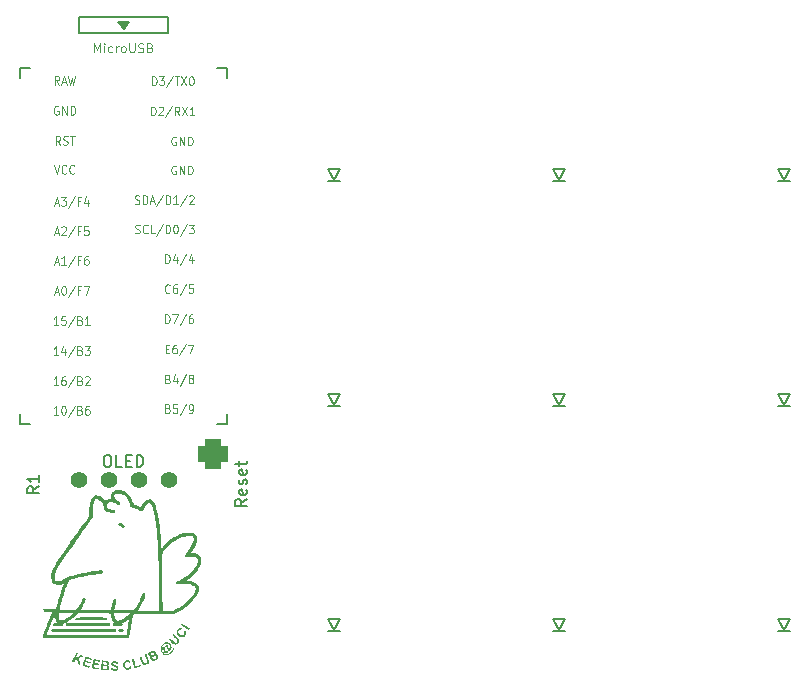
<source format=gbr>
%TF.GenerationSoftware,KiCad,Pcbnew,(6.0.8)*%
%TF.CreationDate,2023-03-27T19:52:21-07:00*%
%TF.ProjectId,zotzotzotv3,7a6f747a-6f74-47a6-9f74-76332e6b6963,rev?*%
%TF.SameCoordinates,Original*%
%TF.FileFunction,Legend,Top*%
%TF.FilePolarity,Positive*%
%FSLAX46Y46*%
G04 Gerber Fmt 4.6, Leading zero omitted, Abs format (unit mm)*
G04 Created by KiCad (PCBNEW (6.0.8)) date 2023-03-27 19:52:21*
%MOMM*%
%LPD*%
G01*
G04 APERTURE LIST*
G04 Aperture macros list*
%AMRoundRect*
0 Rectangle with rounded corners*
0 $1 Rounding radius*
0 $2 $3 $4 $5 $6 $7 $8 $9 X,Y pos of 4 corners*
0 Add a 4 corners polygon primitive as box body*
4,1,4,$2,$3,$4,$5,$6,$7,$8,$9,$2,$3,0*
0 Add four circle primitives for the rounded corners*
1,1,$1+$1,$2,$3*
1,1,$1+$1,$4,$5*
1,1,$1+$1,$6,$7*
1,1,$1+$1,$8,$9*
0 Add four rect primitives between the rounded corners*
20,1,$1+$1,$2,$3,$4,$5,0*
20,1,$1+$1,$4,$5,$6,$7,0*
20,1,$1+$1,$6,$7,$8,$9,0*
20,1,$1+$1,$8,$9,$2,$3,0*%
G04 Aperture macros list end*
%ADD10C,0.150000*%
%ADD11C,0.125000*%
%ADD12C,0.120000*%
%ADD13C,1.397000*%
%ADD14RoundRect,0.650000X-0.650000X0.650000X-0.650000X-0.650000X0.650000X-0.650000X0.650000X0.650000X0*%
%ADD15C,2.600000*%
%ADD16C,1.750000*%
%ADD17C,3.987800*%
G04 APERTURE END LIST*
D10*
%TO.C,Reset*%
X2964822Y-12509345D02*
X2488632Y-12842678D01*
X2964822Y-13080773D02*
X1964822Y-13080773D01*
X1964822Y-12699821D01*
X2012442Y-12604583D01*
X2060061Y-12556964D01*
X2155299Y-12509345D01*
X2298156Y-12509345D01*
X2393394Y-12556964D01*
X2441013Y-12604583D01*
X2488632Y-12699821D01*
X2488632Y-13080773D01*
X2917203Y-11699821D02*
X2964822Y-11795059D01*
X2964822Y-11985535D01*
X2917203Y-12080773D01*
X2821965Y-12128392D01*
X2441013Y-12128392D01*
X2345775Y-12080773D01*
X2298156Y-11985535D01*
X2298156Y-11795059D01*
X2345775Y-11699821D01*
X2441013Y-11652202D01*
X2536251Y-11652202D01*
X2631489Y-12128392D01*
X2917203Y-11271250D02*
X2964822Y-11176011D01*
X2964822Y-10985535D01*
X2917203Y-10890297D01*
X2821965Y-10842678D01*
X2774346Y-10842678D01*
X2679108Y-10890297D01*
X2631489Y-10985535D01*
X2631489Y-11128392D01*
X2583870Y-11223630D01*
X2488632Y-11271250D01*
X2441013Y-11271250D01*
X2345775Y-11223630D01*
X2298156Y-11128392D01*
X2298156Y-10985535D01*
X2345775Y-10890297D01*
X2917203Y-10033154D02*
X2964822Y-10128392D01*
X2964822Y-10318869D01*
X2917203Y-10414107D01*
X2821965Y-10461726D01*
X2441013Y-10461726D01*
X2345775Y-10414107D01*
X2298156Y-10318869D01*
X2298156Y-10128392D01*
X2345775Y-10033154D01*
X2441013Y-9985535D01*
X2536251Y-9985535D01*
X2631489Y-10461726D01*
X2298156Y-9699821D02*
X2298156Y-9318869D01*
X1964822Y-9556964D02*
X2821965Y-9556964D01*
X2917203Y-9509345D01*
X2964822Y-9414107D01*
X2964822Y-9318869D01*
%TO.C,J1*%
X-8939939Y-8783630D02*
X-8749463Y-8783630D01*
X-8654225Y-8831250D01*
X-8558987Y-8926488D01*
X-8511368Y-9116964D01*
X-8511368Y-9450297D01*
X-8558987Y-9640773D01*
X-8654225Y-9736011D01*
X-8749463Y-9783630D01*
X-8939939Y-9783630D01*
X-9035178Y-9736011D01*
X-9130416Y-9640773D01*
X-9178035Y-9450297D01*
X-9178035Y-9116964D01*
X-9130416Y-8926488D01*
X-9035178Y-8831250D01*
X-8939939Y-8783630D01*
X-7606606Y-9783630D02*
X-8082797Y-9783630D01*
X-8082797Y-8783630D01*
X-7273273Y-9259821D02*
X-6939939Y-9259821D01*
X-6797082Y-9783630D02*
X-7273273Y-9783630D01*
X-7273273Y-8783630D01*
X-6797082Y-8783630D01*
X-6368511Y-9783630D02*
X-6368511Y-8783630D01*
X-6130416Y-8783630D01*
X-5987558Y-8831250D01*
X-5892320Y-8926488D01*
X-5844701Y-9021726D01*
X-5797082Y-9212202D01*
X-5797082Y-9355059D01*
X-5844701Y-9545535D01*
X-5892320Y-9640773D01*
X-5987558Y-9736011D01*
X-6130416Y-9783630D01*
X-6368511Y-9783630D01*
%TO.C,R1*%
X-14635178Y-11437916D02*
X-15111368Y-11771250D01*
X-14635178Y-12009345D02*
X-15635178Y-12009345D01*
X-15635178Y-11628392D01*
X-15587558Y-11533154D01*
X-15539939Y-11485535D01*
X-15444701Y-11437916D01*
X-15301844Y-11437916D01*
X-15206606Y-11485535D01*
X-15158987Y-11533154D01*
X-15111368Y-11628392D01*
X-15111368Y-12009345D01*
X-14635178Y-10485535D02*
X-14635178Y-11056964D01*
X-14635178Y-10771250D02*
X-15635178Y-10771250D01*
X-15492320Y-10866488D01*
X-15397082Y-10961726D01*
X-15349463Y-11056964D01*
D11*
%TO.C,U1*%
X-12945178Y22579465D02*
X-13168511Y22936608D01*
X-13328035Y22579465D02*
X-13328035Y23329465D01*
X-13072797Y23329465D01*
X-13008987Y23293750D01*
X-12977082Y23258036D01*
X-12945178Y23186608D01*
X-12945178Y23079465D01*
X-12977082Y23008036D01*
X-13008987Y22972322D01*
X-13072797Y22936608D01*
X-13328035Y22936608D01*
X-12689939Y22793750D02*
X-12370892Y22793750D01*
X-12753749Y22579465D02*
X-12530416Y23329465D01*
X-12307082Y22579465D01*
X-12147558Y23329465D02*
X-11988035Y22579465D01*
X-11860416Y23115179D01*
X-11732797Y22579465D01*
X-11573273Y23329465D01*
X-13015178Y-320535D02*
X-13398035Y-320535D01*
X-13206606Y-320535D02*
X-13206606Y429465D01*
X-13270416Y322322D01*
X-13334225Y250893D01*
X-13398035Y215179D01*
X-12440892Y179465D02*
X-12440892Y-320535D01*
X-12600416Y465179D02*
X-12759939Y-70535D01*
X-12345178Y-70535D01*
X-11611368Y465179D02*
X-12185654Y-499107D01*
X-11164701Y72322D02*
X-11068987Y36608D01*
X-11037082Y893D01*
X-11005178Y-70535D01*
X-11005178Y-177678D01*
X-11037082Y-249107D01*
X-11068987Y-284821D01*
X-11132797Y-320535D01*
X-11388035Y-320535D01*
X-11388035Y429465D01*
X-11164701Y429465D01*
X-11100892Y393750D01*
X-11068987Y358036D01*
X-11037082Y286608D01*
X-11037082Y215179D01*
X-11068987Y143750D01*
X-11100892Y108036D01*
X-11164701Y72322D01*
X-11388035Y72322D01*
X-10781844Y429465D02*
X-10367082Y429465D01*
X-10590416Y143750D01*
X-10494701Y143750D01*
X-10430892Y108036D01*
X-10398987Y72322D01*
X-10367082Y893D01*
X-10367082Y-177678D01*
X-10398987Y-249107D01*
X-10430892Y-284821D01*
X-10494701Y-320535D01*
X-10686130Y-320535D01*
X-10749939Y-284821D01*
X-10781844Y-249107D01*
D12*
X-9983987Y25329465D02*
X-9983987Y26079465D01*
X-9733987Y25543750D01*
X-9483987Y26079465D01*
X-9483987Y25329465D01*
X-9126844Y25329465D02*
X-9126844Y25829465D01*
X-9126844Y26079465D02*
X-9162558Y26043750D01*
X-9126844Y26008036D01*
X-9091130Y26043750D01*
X-9126844Y26079465D01*
X-9126844Y26008036D01*
X-8448273Y25365179D02*
X-8519701Y25329465D01*
X-8662558Y25329465D01*
X-8733987Y25365179D01*
X-8769701Y25400893D01*
X-8805416Y25472322D01*
X-8805416Y25686608D01*
X-8769701Y25758036D01*
X-8733987Y25793750D01*
X-8662558Y25829465D01*
X-8519701Y25829465D01*
X-8448273Y25793750D01*
X-8126844Y25329465D02*
X-8126844Y25829465D01*
X-8126844Y25686608D02*
X-8091130Y25758036D01*
X-8055416Y25793750D01*
X-7983987Y25829465D01*
X-7912558Y25829465D01*
X-7555416Y25329465D02*
X-7626844Y25365179D01*
X-7662558Y25400893D01*
X-7698273Y25472322D01*
X-7698273Y25686608D01*
X-7662558Y25758036D01*
X-7626844Y25793750D01*
X-7555416Y25829465D01*
X-7448273Y25829465D01*
X-7376844Y25793750D01*
X-7341130Y25758036D01*
X-7305416Y25686608D01*
X-7305416Y25472322D01*
X-7341130Y25400893D01*
X-7376844Y25365179D01*
X-7448273Y25329465D01*
X-7555416Y25329465D01*
X-6983987Y26079465D02*
X-6983987Y25472322D01*
X-6948273Y25400893D01*
X-6912558Y25365179D01*
X-6841130Y25329465D01*
X-6698273Y25329465D01*
X-6626844Y25365179D01*
X-6591130Y25400893D01*
X-6555416Y25472322D01*
X-6555416Y26079465D01*
X-6233987Y25365179D02*
X-6126844Y25329465D01*
X-5948273Y25329465D01*
X-5876844Y25365179D01*
X-5841130Y25400893D01*
X-5805416Y25472322D01*
X-5805416Y25543750D01*
X-5841130Y25615179D01*
X-5876844Y25650893D01*
X-5948273Y25686608D01*
X-6091130Y25722322D01*
X-6162558Y25758036D01*
X-6198273Y25793750D01*
X-6233987Y25865179D01*
X-6233987Y25936608D01*
X-6198273Y26008036D01*
X-6162558Y26043750D01*
X-6091130Y26079465D01*
X-5912558Y26079465D01*
X-5805416Y26043750D01*
X-5233987Y25722322D02*
X-5126844Y25686608D01*
X-5091130Y25650893D01*
X-5055416Y25579465D01*
X-5055416Y25472322D01*
X-5091130Y25400893D01*
X-5126844Y25365179D01*
X-5198273Y25329465D01*
X-5483987Y25329465D01*
X-5483987Y26079465D01*
X-5233987Y26079465D01*
X-5162558Y26043750D01*
X-5126844Y26008036D01*
X-5091130Y25936608D01*
X-5091130Y25865179D01*
X-5126844Y25793750D01*
X-5162558Y25758036D01*
X-5233987Y25722322D01*
X-5483987Y25722322D01*
D11*
X-12849463Y17479465D02*
X-13072797Y17836608D01*
X-13232320Y17479465D02*
X-13232320Y18229465D01*
X-12977082Y18229465D01*
X-12913273Y18193750D01*
X-12881368Y18158036D01*
X-12849463Y18086608D01*
X-12849463Y17979465D01*
X-12881368Y17908036D01*
X-12913273Y17872322D01*
X-12977082Y17836608D01*
X-13232320Y17836608D01*
X-12594225Y17515179D02*
X-12498511Y17479465D01*
X-12338987Y17479465D01*
X-12275178Y17515179D01*
X-12243273Y17550893D01*
X-12211368Y17622322D01*
X-12211368Y17693750D01*
X-12243273Y17765179D01*
X-12275178Y17800893D01*
X-12338987Y17836608D01*
X-12466606Y17872322D01*
X-12530416Y17908036D01*
X-12562320Y17943750D01*
X-12594225Y18015179D01*
X-12594225Y18086608D01*
X-12562320Y18158036D01*
X-12530416Y18193750D01*
X-12466606Y18229465D01*
X-12307082Y18229465D01*
X-12211368Y18193750D01*
X-12019939Y18229465D02*
X-11637082Y18229465D01*
X-11828511Y17479465D02*
X-11828511Y18229465D01*
X-3947082Y2379465D02*
X-3947082Y3129465D01*
X-3787558Y3129465D01*
X-3691844Y3093750D01*
X-3628035Y3022322D01*
X-3596130Y2950893D01*
X-3564225Y2808036D01*
X-3564225Y2700893D01*
X-3596130Y2558036D01*
X-3628035Y2486608D01*
X-3691844Y2415179D01*
X-3787558Y2379465D01*
X-3947082Y2379465D01*
X-3340892Y3129465D02*
X-2894225Y3129465D01*
X-3181368Y2379465D01*
X-2160416Y3165179D02*
X-2734701Y2200893D01*
X-1649939Y3129465D02*
X-1777558Y3129465D01*
X-1841368Y3093750D01*
X-1873273Y3058036D01*
X-1937082Y2950893D01*
X-1968987Y2808036D01*
X-1968987Y2522322D01*
X-1937082Y2450893D01*
X-1905178Y2415179D01*
X-1841368Y2379465D01*
X-1713749Y2379465D01*
X-1649939Y2415179D01*
X-1618035Y2450893D01*
X-1586130Y2522322D01*
X-1586130Y2700893D01*
X-1618035Y2772322D01*
X-1649939Y2808036D01*
X-1713749Y2843750D01*
X-1841368Y2843750D01*
X-1905178Y2808036D01*
X-1937082Y2772322D01*
X-1968987Y2700893D01*
X-13015178Y2229465D02*
X-13398035Y2229465D01*
X-13206606Y2229465D02*
X-13206606Y2979465D01*
X-13270416Y2872322D01*
X-13334225Y2800893D01*
X-13398035Y2765179D01*
X-12408987Y2979465D02*
X-12728035Y2979465D01*
X-12759939Y2622322D01*
X-12728035Y2658036D01*
X-12664225Y2693750D01*
X-12504701Y2693750D01*
X-12440892Y2658036D01*
X-12408987Y2622322D01*
X-12377082Y2550893D01*
X-12377082Y2372322D01*
X-12408987Y2300893D01*
X-12440892Y2265179D01*
X-12504701Y2229465D01*
X-12664225Y2229465D01*
X-12728035Y2265179D01*
X-12759939Y2300893D01*
X-11611368Y3015179D02*
X-12185654Y2050893D01*
X-11164701Y2622322D02*
X-11068987Y2586608D01*
X-11037082Y2550893D01*
X-11005178Y2479465D01*
X-11005178Y2372322D01*
X-11037082Y2300893D01*
X-11068987Y2265179D01*
X-11132797Y2229465D01*
X-11388035Y2229465D01*
X-11388035Y2979465D01*
X-11164701Y2979465D01*
X-11100892Y2943750D01*
X-11068987Y2908036D01*
X-11037082Y2836608D01*
X-11037082Y2765179D01*
X-11068987Y2693750D01*
X-11100892Y2658036D01*
X-11164701Y2622322D01*
X-11388035Y2622322D01*
X-10367082Y2229465D02*
X-10749939Y2229465D01*
X-10558511Y2229465D02*
X-10558511Y2979465D01*
X-10622320Y2872322D01*
X-10686130Y2800893D01*
X-10749939Y2765179D01*
X-5071368Y22529465D02*
X-5071368Y23279465D01*
X-4911844Y23279465D01*
X-4816130Y23243750D01*
X-4752320Y23172322D01*
X-4720416Y23100893D01*
X-4688511Y22958036D01*
X-4688511Y22850893D01*
X-4720416Y22708036D01*
X-4752320Y22636608D01*
X-4816130Y22565179D01*
X-4911844Y22529465D01*
X-5071368Y22529465D01*
X-4465178Y23279465D02*
X-4050416Y23279465D01*
X-4273749Y22993750D01*
X-4178035Y22993750D01*
X-4114225Y22958036D01*
X-4082320Y22922322D01*
X-4050416Y22850893D01*
X-4050416Y22672322D01*
X-4082320Y22600893D01*
X-4114225Y22565179D01*
X-4178035Y22529465D01*
X-4369463Y22529465D01*
X-4433273Y22565179D01*
X-4465178Y22600893D01*
X-3284701Y23315179D02*
X-3858987Y22350893D01*
X-3157082Y23279465D02*
X-2774225Y23279465D01*
X-2965654Y22529465D02*
X-2965654Y23279465D01*
X-2614701Y23279465D02*
X-2168035Y22529465D01*
X-2168035Y23279465D02*
X-2614701Y22529465D01*
X-1785178Y23279465D02*
X-1721368Y23279465D01*
X-1657558Y23243750D01*
X-1625654Y23208036D01*
X-1593749Y23136608D01*
X-1561844Y22993750D01*
X-1561844Y22815179D01*
X-1593749Y22672322D01*
X-1625654Y22600893D01*
X-1657558Y22565179D01*
X-1721368Y22529465D01*
X-1785178Y22529465D01*
X-1848987Y22565179D01*
X-1880892Y22600893D01*
X-1912797Y22672322D01*
X-1944701Y22815179D01*
X-1944701Y22993750D01*
X-1912797Y23136608D01*
X-1880892Y23208036D01*
X-1848987Y23243750D01*
X-1785178Y23279465D01*
X-6521130Y12515179D02*
X-6425416Y12479465D01*
X-6265892Y12479465D01*
X-6202082Y12515179D01*
X-6170178Y12550893D01*
X-6138273Y12622322D01*
X-6138273Y12693750D01*
X-6170178Y12765179D01*
X-6202082Y12800893D01*
X-6265892Y12836608D01*
X-6393511Y12872322D01*
X-6457320Y12908036D01*
X-6489225Y12943750D01*
X-6521130Y13015179D01*
X-6521130Y13086608D01*
X-6489225Y13158036D01*
X-6457320Y13193750D01*
X-6393511Y13229465D01*
X-6233987Y13229465D01*
X-6138273Y13193750D01*
X-5851130Y12479465D02*
X-5851130Y13229465D01*
X-5691606Y13229465D01*
X-5595892Y13193750D01*
X-5532082Y13122322D01*
X-5500178Y13050893D01*
X-5468273Y12908036D01*
X-5468273Y12800893D01*
X-5500178Y12658036D01*
X-5532082Y12586608D01*
X-5595892Y12515179D01*
X-5691606Y12479465D01*
X-5851130Y12479465D01*
X-5213035Y12693750D02*
X-4893987Y12693750D01*
X-5276844Y12479465D02*
X-5053511Y13229465D01*
X-4830178Y12479465D01*
X-4128273Y13265179D02*
X-4702558Y12300893D01*
X-3904939Y12479465D02*
X-3904939Y13229465D01*
X-3745416Y13229465D01*
X-3649701Y13193750D01*
X-3585892Y13122322D01*
X-3553987Y13050893D01*
X-3522082Y12908036D01*
X-3522082Y12800893D01*
X-3553987Y12658036D01*
X-3585892Y12586608D01*
X-3649701Y12515179D01*
X-3745416Y12479465D01*
X-3904939Y12479465D01*
X-2883987Y12479465D02*
X-3266844Y12479465D01*
X-3075416Y12479465D02*
X-3075416Y13229465D01*
X-3139225Y13122322D01*
X-3203035Y13050893D01*
X-3266844Y13015179D01*
X-2118273Y13265179D02*
X-2692558Y12300893D01*
X-1926844Y13158036D02*
X-1894939Y13193750D01*
X-1831130Y13229465D01*
X-1671606Y13229465D01*
X-1607797Y13193750D01*
X-1575892Y13158036D01*
X-1543987Y13086608D01*
X-1543987Y13015179D01*
X-1575892Y12908036D01*
X-1958749Y12479465D01*
X-1543987Y12479465D01*
X-13015178Y-5370535D02*
X-13398035Y-5370535D01*
X-13206606Y-5370535D02*
X-13206606Y-4620535D01*
X-13270416Y-4727678D01*
X-13334225Y-4799107D01*
X-13398035Y-4834821D01*
X-12600416Y-4620535D02*
X-12536606Y-4620535D01*
X-12472797Y-4656250D01*
X-12440892Y-4691964D01*
X-12408987Y-4763392D01*
X-12377082Y-4906250D01*
X-12377082Y-5084821D01*
X-12408987Y-5227678D01*
X-12440892Y-5299107D01*
X-12472797Y-5334821D01*
X-12536606Y-5370535D01*
X-12600416Y-5370535D01*
X-12664225Y-5334821D01*
X-12696130Y-5299107D01*
X-12728035Y-5227678D01*
X-12759939Y-5084821D01*
X-12759939Y-4906250D01*
X-12728035Y-4763392D01*
X-12696130Y-4691964D01*
X-12664225Y-4656250D01*
X-12600416Y-4620535D01*
X-11611368Y-4584821D02*
X-12185654Y-5549107D01*
X-11164701Y-4977678D02*
X-11068987Y-5013392D01*
X-11037082Y-5049107D01*
X-11005178Y-5120535D01*
X-11005178Y-5227678D01*
X-11037082Y-5299107D01*
X-11068987Y-5334821D01*
X-11132797Y-5370535D01*
X-11388035Y-5370535D01*
X-11388035Y-4620535D01*
X-11164701Y-4620535D01*
X-11100892Y-4656250D01*
X-11068987Y-4691964D01*
X-11037082Y-4763392D01*
X-11037082Y-4834821D01*
X-11068987Y-4906250D01*
X-11100892Y-4941964D01*
X-11164701Y-4977678D01*
X-11388035Y-4977678D01*
X-10430892Y-4620535D02*
X-10558511Y-4620535D01*
X-10622320Y-4656250D01*
X-10654225Y-4691964D01*
X-10718035Y-4799107D01*
X-10749939Y-4941964D01*
X-10749939Y-5227678D01*
X-10718035Y-5299107D01*
X-10686130Y-5334821D01*
X-10622320Y-5370535D01*
X-10494701Y-5370535D01*
X-10430892Y-5334821D01*
X-10398987Y-5299107D01*
X-10367082Y-5227678D01*
X-10367082Y-5049107D01*
X-10398987Y-4977678D01*
X-10430892Y-4941964D01*
X-10494701Y-4906250D01*
X-10622320Y-4906250D01*
X-10686130Y-4941964D01*
X-10718035Y-4977678D01*
X-10749939Y-5049107D01*
X-13318273Y12543750D02*
X-12999225Y12543750D01*
X-13382082Y12329465D02*
X-13158749Y13079465D01*
X-12935416Y12329465D01*
X-12775892Y13079465D02*
X-12361130Y13079465D01*
X-12584463Y12793750D01*
X-12488749Y12793750D01*
X-12424939Y12758036D01*
X-12393035Y12722322D01*
X-12361130Y12650893D01*
X-12361130Y12472322D01*
X-12393035Y12400893D01*
X-12424939Y12365179D01*
X-12488749Y12329465D01*
X-12680178Y12329465D01*
X-12743987Y12365179D01*
X-12775892Y12400893D01*
X-11595416Y13115179D02*
X-12169701Y12150893D01*
X-11148749Y12722322D02*
X-11372082Y12722322D01*
X-11372082Y12329465D02*
X-11372082Y13079465D01*
X-11053035Y13079465D01*
X-10510654Y12829465D02*
X-10510654Y12329465D01*
X-10670178Y13115179D02*
X-10829701Y12579465D01*
X-10414939Y12579465D01*
X-13318273Y4993750D02*
X-12999225Y4993750D01*
X-13382082Y4779465D02*
X-13158749Y5529465D01*
X-12935416Y4779465D01*
X-12584463Y5529465D02*
X-12520654Y5529465D01*
X-12456844Y5493750D01*
X-12424939Y5458036D01*
X-12393035Y5386608D01*
X-12361130Y5243750D01*
X-12361130Y5065179D01*
X-12393035Y4922322D01*
X-12424939Y4850893D01*
X-12456844Y4815179D01*
X-12520654Y4779465D01*
X-12584463Y4779465D01*
X-12648273Y4815179D01*
X-12680178Y4850893D01*
X-12712082Y4922322D01*
X-12743987Y5065179D01*
X-12743987Y5243750D01*
X-12712082Y5386608D01*
X-12680178Y5458036D01*
X-12648273Y5493750D01*
X-12584463Y5529465D01*
X-11595416Y5565179D02*
X-12169701Y4600893D01*
X-11148749Y5172322D02*
X-11372082Y5172322D01*
X-11372082Y4779465D02*
X-11372082Y5529465D01*
X-11053035Y5529465D01*
X-10861606Y5529465D02*
X-10414939Y5529465D01*
X-10702082Y4779465D01*
X-3043035Y18143750D02*
X-3106844Y18179465D01*
X-3202558Y18179465D01*
X-3298273Y18143750D01*
X-3362082Y18072322D01*
X-3393987Y18000893D01*
X-3425892Y17858036D01*
X-3425892Y17750893D01*
X-3393987Y17608036D01*
X-3362082Y17536608D01*
X-3298273Y17465179D01*
X-3202558Y17429465D01*
X-3138749Y17429465D01*
X-3043035Y17465179D01*
X-3011130Y17500893D01*
X-3011130Y17750893D01*
X-3138749Y17750893D01*
X-2723987Y17429465D02*
X-2723987Y18179465D01*
X-2341130Y17429465D01*
X-2341130Y18179465D01*
X-2022082Y17429465D02*
X-2022082Y18179465D01*
X-1862558Y18179465D01*
X-1766844Y18143750D01*
X-1703035Y18072322D01*
X-1671130Y18000893D01*
X-1639225Y17858036D01*
X-1639225Y17750893D01*
X-1671130Y17608036D01*
X-1703035Y17536608D01*
X-1766844Y17465179D01*
X-1862558Y17429465D01*
X-2022082Y17429465D01*
X-3564225Y5000893D02*
X-3596130Y4965179D01*
X-3691844Y4929465D01*
X-3755654Y4929465D01*
X-3851368Y4965179D01*
X-3915178Y5036608D01*
X-3947082Y5108036D01*
X-3978987Y5250893D01*
X-3978987Y5358036D01*
X-3947082Y5500893D01*
X-3915178Y5572322D01*
X-3851368Y5643750D01*
X-3755654Y5679465D01*
X-3691844Y5679465D01*
X-3596130Y5643750D01*
X-3564225Y5608036D01*
X-2989939Y5679465D02*
X-3117558Y5679465D01*
X-3181368Y5643750D01*
X-3213273Y5608036D01*
X-3277082Y5500893D01*
X-3308987Y5358036D01*
X-3308987Y5072322D01*
X-3277082Y5000893D01*
X-3245178Y4965179D01*
X-3181368Y4929465D01*
X-3053749Y4929465D01*
X-2989939Y4965179D01*
X-2958035Y5000893D01*
X-2926130Y5072322D01*
X-2926130Y5250893D01*
X-2958035Y5322322D01*
X-2989939Y5358036D01*
X-3053749Y5393750D01*
X-3181368Y5393750D01*
X-3245178Y5358036D01*
X-3277082Y5322322D01*
X-3308987Y5250893D01*
X-2160416Y5715179D02*
X-2734701Y4750893D01*
X-1618035Y5679465D02*
X-1937082Y5679465D01*
X-1968987Y5322322D01*
X-1937082Y5358036D01*
X-1873273Y5393750D01*
X-1713749Y5393750D01*
X-1649939Y5358036D01*
X-1618035Y5322322D01*
X-1586130Y5250893D01*
X-1586130Y5072322D01*
X-1618035Y5000893D01*
X-1649939Y4965179D01*
X-1713749Y4929465D01*
X-1873273Y4929465D01*
X-1937082Y4965179D01*
X-1968987Y5000893D01*
X-13375892Y15779465D02*
X-13152558Y15029465D01*
X-12929225Y15779465D01*
X-12323035Y15100893D02*
X-12354939Y15065179D01*
X-12450654Y15029465D01*
X-12514463Y15029465D01*
X-12610178Y15065179D01*
X-12673987Y15136608D01*
X-12705892Y15208036D01*
X-12737797Y15350893D01*
X-12737797Y15458036D01*
X-12705892Y15600893D01*
X-12673987Y15672322D01*
X-12610178Y15743750D01*
X-12514463Y15779465D01*
X-12450654Y15779465D01*
X-12354939Y15743750D01*
X-12323035Y15708036D01*
X-11653035Y15100893D02*
X-11684939Y15065179D01*
X-11780654Y15029465D01*
X-11844463Y15029465D01*
X-11940178Y15065179D01*
X-12003987Y15136608D01*
X-12035892Y15208036D01*
X-12067797Y15350893D01*
X-12067797Y15458036D01*
X-12035892Y15600893D01*
X-12003987Y15672322D01*
X-11940178Y15743750D01*
X-11844463Y15779465D01*
X-11780654Y15779465D01*
X-11684939Y15743750D01*
X-11653035Y15708036D01*
X-13318273Y10043750D02*
X-12999225Y10043750D01*
X-13382082Y9829465D02*
X-13158749Y10579465D01*
X-12935416Y9829465D01*
X-12743987Y10508036D02*
X-12712082Y10543750D01*
X-12648273Y10579465D01*
X-12488749Y10579465D01*
X-12424939Y10543750D01*
X-12393035Y10508036D01*
X-12361130Y10436608D01*
X-12361130Y10365179D01*
X-12393035Y10258036D01*
X-12775892Y9829465D01*
X-12361130Y9829465D01*
X-11595416Y10615179D02*
X-12169701Y9650893D01*
X-11148749Y10222322D02*
X-11372082Y10222322D01*
X-11372082Y9829465D02*
X-11372082Y10579465D01*
X-11053035Y10579465D01*
X-10478749Y10579465D02*
X-10797797Y10579465D01*
X-10829701Y10222322D01*
X-10797797Y10258036D01*
X-10733987Y10293750D01*
X-10574463Y10293750D01*
X-10510654Y10258036D01*
X-10478749Y10222322D01*
X-10446844Y10150893D01*
X-10446844Y9972322D01*
X-10478749Y9900893D01*
X-10510654Y9865179D01*
X-10574463Y9829465D01*
X-10733987Y9829465D01*
X-10797797Y9865179D01*
X-10829701Y9900893D01*
X-12993035Y20743750D02*
X-13056844Y20779465D01*
X-13152558Y20779465D01*
X-13248273Y20743750D01*
X-13312082Y20672322D01*
X-13343987Y20600893D01*
X-13375892Y20458036D01*
X-13375892Y20350893D01*
X-13343987Y20208036D01*
X-13312082Y20136608D01*
X-13248273Y20065179D01*
X-13152558Y20029465D01*
X-13088749Y20029465D01*
X-12993035Y20065179D01*
X-12961130Y20100893D01*
X-12961130Y20350893D01*
X-13088749Y20350893D01*
X-12673987Y20029465D02*
X-12673987Y20779465D01*
X-12291130Y20029465D01*
X-12291130Y20779465D01*
X-11972082Y20029465D02*
X-11972082Y20779465D01*
X-11812558Y20779465D01*
X-11716844Y20743750D01*
X-11653035Y20672322D01*
X-11621130Y20600893D01*
X-11589225Y20458036D01*
X-11589225Y20350893D01*
X-11621130Y20208036D01*
X-11653035Y20136608D01*
X-11716844Y20065179D01*
X-11812558Y20029465D01*
X-11972082Y20029465D01*
X-13318273Y7543750D02*
X-12999225Y7543750D01*
X-13382082Y7329465D02*
X-13158749Y8079465D01*
X-12935416Y7329465D01*
X-12361130Y7329465D02*
X-12743987Y7329465D01*
X-12552558Y7329465D02*
X-12552558Y8079465D01*
X-12616368Y7972322D01*
X-12680178Y7900893D01*
X-12743987Y7865179D01*
X-11595416Y8115179D02*
X-12169701Y7150893D01*
X-11148749Y7722322D02*
X-11372082Y7722322D01*
X-11372082Y7329465D02*
X-11372082Y8079465D01*
X-11053035Y8079465D01*
X-10510654Y8079465D02*
X-10638273Y8079465D01*
X-10702082Y8043750D01*
X-10733987Y8008036D01*
X-10797797Y7900893D01*
X-10829701Y7758036D01*
X-10829701Y7472322D01*
X-10797797Y7400893D01*
X-10765892Y7365179D01*
X-10702082Y7329465D01*
X-10574463Y7329465D01*
X-10510654Y7365179D01*
X-10478749Y7400893D01*
X-10446844Y7472322D01*
X-10446844Y7650893D01*
X-10478749Y7722322D01*
X-10510654Y7758036D01*
X-10574463Y7793750D01*
X-10702082Y7793750D01*
X-10765892Y7758036D01*
X-10797797Y7722322D01*
X-10829701Y7650893D01*
X-3915178Y222322D02*
X-3691844Y222322D01*
X-3596130Y-170535D02*
X-3915178Y-170535D01*
X-3915178Y579465D01*
X-3596130Y579465D01*
X-3021844Y579465D02*
X-3149463Y579465D01*
X-3213273Y543750D01*
X-3245178Y508036D01*
X-3308987Y400893D01*
X-3340892Y258036D01*
X-3340892Y-27678D01*
X-3308987Y-99107D01*
X-3277082Y-134821D01*
X-3213273Y-170535D01*
X-3085654Y-170535D01*
X-3021844Y-134821D01*
X-2989939Y-99107D01*
X-2958035Y-27678D01*
X-2958035Y150893D01*
X-2989939Y222322D01*
X-3021844Y258036D01*
X-3085654Y293750D01*
X-3213273Y293750D01*
X-3277082Y258036D01*
X-3308987Y222322D01*
X-3340892Y150893D01*
X-2192320Y615179D02*
X-2766606Y-349107D01*
X-2032797Y579465D02*
X-1586130Y579465D01*
X-1873273Y-170535D01*
X-3043035Y15693750D02*
X-3106844Y15729465D01*
X-3202558Y15729465D01*
X-3298273Y15693750D01*
X-3362082Y15622322D01*
X-3393987Y15550893D01*
X-3425892Y15408036D01*
X-3425892Y15300893D01*
X-3393987Y15158036D01*
X-3362082Y15086608D01*
X-3298273Y15015179D01*
X-3202558Y14979465D01*
X-3138749Y14979465D01*
X-3043035Y15015179D01*
X-3011130Y15050893D01*
X-3011130Y15300893D01*
X-3138749Y15300893D01*
X-2723987Y14979465D02*
X-2723987Y15729465D01*
X-2341130Y14979465D01*
X-2341130Y15729465D01*
X-2022082Y14979465D02*
X-2022082Y15729465D01*
X-1862558Y15729465D01*
X-1766844Y15693750D01*
X-1703035Y15622322D01*
X-1671130Y15550893D01*
X-1639225Y15408036D01*
X-1639225Y15300893D01*
X-1671130Y15158036D01*
X-1703035Y15086608D01*
X-1766844Y15015179D01*
X-1862558Y14979465D01*
X-2022082Y14979465D01*
X-5151130Y19979465D02*
X-5151130Y20729465D01*
X-4991606Y20729465D01*
X-4895892Y20693750D01*
X-4832082Y20622322D01*
X-4800178Y20550893D01*
X-4768273Y20408036D01*
X-4768273Y20300893D01*
X-4800178Y20158036D01*
X-4832082Y20086608D01*
X-4895892Y20015179D01*
X-4991606Y19979465D01*
X-5151130Y19979465D01*
X-4513035Y20658036D02*
X-4481130Y20693750D01*
X-4417320Y20729465D01*
X-4257797Y20729465D01*
X-4193987Y20693750D01*
X-4162082Y20658036D01*
X-4130178Y20586608D01*
X-4130178Y20515179D01*
X-4162082Y20408036D01*
X-4544939Y19979465D01*
X-4130178Y19979465D01*
X-3364463Y20765179D02*
X-3938749Y19800893D01*
X-2758273Y19979465D02*
X-2981606Y20336608D01*
X-3141130Y19979465D02*
X-3141130Y20729465D01*
X-2885892Y20729465D01*
X-2822082Y20693750D01*
X-2790178Y20658036D01*
X-2758273Y20586608D01*
X-2758273Y20479465D01*
X-2790178Y20408036D01*
X-2822082Y20372322D01*
X-2885892Y20336608D01*
X-3141130Y20336608D01*
X-2534939Y20729465D02*
X-2088273Y19979465D01*
X-2088273Y20729465D02*
X-2534939Y19979465D01*
X-1482082Y19979465D02*
X-1864939Y19979465D01*
X-1673511Y19979465D02*
X-1673511Y20729465D01*
X-1737320Y20622322D01*
X-1801130Y20550893D01*
X-1864939Y20515179D01*
X-3723749Y-4827678D02*
X-3628035Y-4863392D01*
X-3596130Y-4899107D01*
X-3564225Y-4970535D01*
X-3564225Y-5077678D01*
X-3596130Y-5149107D01*
X-3628035Y-5184821D01*
X-3691844Y-5220535D01*
X-3947082Y-5220535D01*
X-3947082Y-4470535D01*
X-3723749Y-4470535D01*
X-3659939Y-4506250D01*
X-3628035Y-4541964D01*
X-3596130Y-4613392D01*
X-3596130Y-4684821D01*
X-3628035Y-4756250D01*
X-3659939Y-4791964D01*
X-3723749Y-4827678D01*
X-3947082Y-4827678D01*
X-2958035Y-4470535D02*
X-3277082Y-4470535D01*
X-3308987Y-4827678D01*
X-3277082Y-4791964D01*
X-3213273Y-4756250D01*
X-3053749Y-4756250D01*
X-2989939Y-4791964D01*
X-2958035Y-4827678D01*
X-2926130Y-4899107D01*
X-2926130Y-5077678D01*
X-2958035Y-5149107D01*
X-2989939Y-5184821D01*
X-3053749Y-5220535D01*
X-3213273Y-5220535D01*
X-3277082Y-5184821D01*
X-3308987Y-5149107D01*
X-2160416Y-4434821D02*
X-2734701Y-5399107D01*
X-1905178Y-5220535D02*
X-1777558Y-5220535D01*
X-1713749Y-5184821D01*
X-1681844Y-5149107D01*
X-1618035Y-5041964D01*
X-1586130Y-4899107D01*
X-1586130Y-4613392D01*
X-1618035Y-4541964D01*
X-1649939Y-4506250D01*
X-1713749Y-4470535D01*
X-1841368Y-4470535D01*
X-1905178Y-4506250D01*
X-1937082Y-4541964D01*
X-1968987Y-4613392D01*
X-1968987Y-4791964D01*
X-1937082Y-4863392D01*
X-1905178Y-4899107D01*
X-1841368Y-4934821D01*
X-1713749Y-4934821D01*
X-1649939Y-4899107D01*
X-1618035Y-4863392D01*
X-1586130Y-4791964D01*
X-6505178Y10015179D02*
X-6409463Y9979465D01*
X-6249939Y9979465D01*
X-6186130Y10015179D01*
X-6154225Y10050893D01*
X-6122320Y10122322D01*
X-6122320Y10193750D01*
X-6154225Y10265179D01*
X-6186130Y10300893D01*
X-6249939Y10336608D01*
X-6377558Y10372322D01*
X-6441368Y10408036D01*
X-6473273Y10443750D01*
X-6505178Y10515179D01*
X-6505178Y10586608D01*
X-6473273Y10658036D01*
X-6441368Y10693750D01*
X-6377558Y10729465D01*
X-6218035Y10729465D01*
X-6122320Y10693750D01*
X-5452320Y10050893D02*
X-5484225Y10015179D01*
X-5579939Y9979465D01*
X-5643749Y9979465D01*
X-5739463Y10015179D01*
X-5803273Y10086608D01*
X-5835178Y10158036D01*
X-5867082Y10300893D01*
X-5867082Y10408036D01*
X-5835178Y10550893D01*
X-5803273Y10622322D01*
X-5739463Y10693750D01*
X-5643749Y10729465D01*
X-5579939Y10729465D01*
X-5484225Y10693750D01*
X-5452320Y10658036D01*
X-4846130Y9979465D02*
X-5165178Y9979465D01*
X-5165178Y10729465D01*
X-4144225Y10765179D02*
X-4718511Y9800893D01*
X-3920892Y9979465D02*
X-3920892Y10729465D01*
X-3761368Y10729465D01*
X-3665654Y10693750D01*
X-3601844Y10622322D01*
X-3569939Y10550893D01*
X-3538035Y10408036D01*
X-3538035Y10300893D01*
X-3569939Y10158036D01*
X-3601844Y10086608D01*
X-3665654Y10015179D01*
X-3761368Y9979465D01*
X-3920892Y9979465D01*
X-3123273Y10729465D02*
X-3059463Y10729465D01*
X-2995654Y10693750D01*
X-2963749Y10658036D01*
X-2931844Y10586608D01*
X-2899939Y10443750D01*
X-2899939Y10265179D01*
X-2931844Y10122322D01*
X-2963749Y10050893D01*
X-2995654Y10015179D01*
X-3059463Y9979465D01*
X-3123273Y9979465D01*
X-3187082Y10015179D01*
X-3218987Y10050893D01*
X-3250892Y10122322D01*
X-3282797Y10265179D01*
X-3282797Y10443750D01*
X-3250892Y10586608D01*
X-3218987Y10658036D01*
X-3187082Y10693750D01*
X-3123273Y10729465D01*
X-2134225Y10765179D02*
X-2708511Y9800893D01*
X-1974701Y10729465D02*
X-1559939Y10729465D01*
X-1783273Y10443750D01*
X-1687558Y10443750D01*
X-1623749Y10408036D01*
X-1591844Y10372322D01*
X-1559939Y10300893D01*
X-1559939Y10122322D01*
X-1591844Y10050893D01*
X-1623749Y10015179D01*
X-1687558Y9979465D01*
X-1878987Y9979465D01*
X-1942797Y10015179D01*
X-1974701Y10050893D01*
X-3947082Y7479465D02*
X-3947082Y8229465D01*
X-3787558Y8229465D01*
X-3691844Y8193750D01*
X-3628035Y8122322D01*
X-3596130Y8050893D01*
X-3564225Y7908036D01*
X-3564225Y7800893D01*
X-3596130Y7658036D01*
X-3628035Y7586608D01*
X-3691844Y7515179D01*
X-3787558Y7479465D01*
X-3947082Y7479465D01*
X-2989939Y7979465D02*
X-2989939Y7479465D01*
X-3149463Y8265179D02*
X-3308987Y7729465D01*
X-2894225Y7729465D01*
X-2160416Y8265179D02*
X-2734701Y7300893D01*
X-1649939Y7979465D02*
X-1649939Y7479465D01*
X-1809463Y8265179D02*
X-1968987Y7729465D01*
X-1554225Y7729465D01*
X-3723749Y-2327678D02*
X-3628035Y-2363392D01*
X-3596130Y-2399107D01*
X-3564225Y-2470535D01*
X-3564225Y-2577678D01*
X-3596130Y-2649107D01*
X-3628035Y-2684821D01*
X-3691844Y-2720535D01*
X-3947082Y-2720535D01*
X-3947082Y-1970535D01*
X-3723749Y-1970535D01*
X-3659939Y-2006250D01*
X-3628035Y-2041964D01*
X-3596130Y-2113392D01*
X-3596130Y-2184821D01*
X-3628035Y-2256250D01*
X-3659939Y-2291964D01*
X-3723749Y-2327678D01*
X-3947082Y-2327678D01*
X-2989939Y-2220535D02*
X-2989939Y-2720535D01*
X-3149463Y-1934821D02*
X-3308987Y-2470535D01*
X-2894225Y-2470535D01*
X-2160416Y-1934821D02*
X-2734701Y-2899107D01*
X-1841368Y-2291964D02*
X-1905178Y-2256250D01*
X-1937082Y-2220535D01*
X-1968987Y-2149107D01*
X-1968987Y-2113392D01*
X-1937082Y-2041964D01*
X-1905178Y-2006250D01*
X-1841368Y-1970535D01*
X-1713749Y-1970535D01*
X-1649939Y-2006250D01*
X-1618035Y-2041964D01*
X-1586130Y-2113392D01*
X-1586130Y-2149107D01*
X-1618035Y-2220535D01*
X-1649939Y-2256250D01*
X-1713749Y-2291964D01*
X-1841368Y-2291964D01*
X-1905178Y-2327678D01*
X-1937082Y-2363392D01*
X-1968987Y-2434821D01*
X-1968987Y-2577678D01*
X-1937082Y-2649107D01*
X-1905178Y-2684821D01*
X-1841368Y-2720535D01*
X-1713749Y-2720535D01*
X-1649939Y-2684821D01*
X-1618035Y-2649107D01*
X-1586130Y-2577678D01*
X-1586130Y-2434821D01*
X-1618035Y-2363392D01*
X-1649939Y-2327678D01*
X-1713749Y-2291964D01*
X-13015178Y-2870535D02*
X-13398035Y-2870535D01*
X-13206606Y-2870535D02*
X-13206606Y-2120535D01*
X-13270416Y-2227678D01*
X-13334225Y-2299107D01*
X-13398035Y-2334821D01*
X-12440892Y-2120535D02*
X-12568511Y-2120535D01*
X-12632320Y-2156250D01*
X-12664225Y-2191964D01*
X-12728035Y-2299107D01*
X-12759939Y-2441964D01*
X-12759939Y-2727678D01*
X-12728035Y-2799107D01*
X-12696130Y-2834821D01*
X-12632320Y-2870535D01*
X-12504701Y-2870535D01*
X-12440892Y-2834821D01*
X-12408987Y-2799107D01*
X-12377082Y-2727678D01*
X-12377082Y-2549107D01*
X-12408987Y-2477678D01*
X-12440892Y-2441964D01*
X-12504701Y-2406250D01*
X-12632320Y-2406250D01*
X-12696130Y-2441964D01*
X-12728035Y-2477678D01*
X-12759939Y-2549107D01*
X-11611368Y-2084821D02*
X-12185654Y-3049107D01*
X-11164701Y-2477678D02*
X-11068987Y-2513392D01*
X-11037082Y-2549107D01*
X-11005178Y-2620535D01*
X-11005178Y-2727678D01*
X-11037082Y-2799107D01*
X-11068987Y-2834821D01*
X-11132797Y-2870535D01*
X-11388035Y-2870535D01*
X-11388035Y-2120535D01*
X-11164701Y-2120535D01*
X-11100892Y-2156250D01*
X-11068987Y-2191964D01*
X-11037082Y-2263392D01*
X-11037082Y-2334821D01*
X-11068987Y-2406250D01*
X-11100892Y-2441964D01*
X-11164701Y-2477678D01*
X-11388035Y-2477678D01*
X-10749939Y-2191964D02*
X-10718035Y-2156250D01*
X-10654225Y-2120535D01*
X-10494701Y-2120535D01*
X-10430892Y-2156250D01*
X-10398987Y-2191964D01*
X-10367082Y-2263392D01*
X-10367082Y-2334821D01*
X-10398987Y-2441964D01*
X-10781844Y-2870535D01*
X-10367082Y-2870535D01*
D10*
%TO.C,D5*%
X28862024Y-3631250D02*
X29862024Y-3631250D01*
X28862024Y-4631250D02*
X29862024Y-4631250D01*
X29862024Y-3631250D02*
X29362024Y-4531250D01*
X29362024Y-4531250D02*
X28862024Y-3631250D01*
%TO.C,D7*%
X9812024Y-22681250D02*
X10812024Y-22681250D01*
X10312024Y-23581250D02*
X9812024Y-22681250D01*
X9812024Y-23681250D02*
X10812024Y-23681250D01*
X10812024Y-22681250D02*
X10312024Y-23581250D01*
%TO.C,D4*%
X9812024Y-4631250D02*
X10812024Y-4631250D01*
X10312024Y-4531250D02*
X9812024Y-3631250D01*
X10812024Y-3631250D02*
X10312024Y-4531250D01*
X9812024Y-3631250D02*
X10812024Y-3631250D01*
%TO.C,D9*%
X47912024Y-23681250D02*
X48912024Y-23681250D01*
X47912024Y-22681250D02*
X48912024Y-22681250D01*
X48912024Y-22681250D02*
X48412024Y-23581250D01*
X48412024Y-23581250D02*
X47912024Y-22681250D01*
%TO.C,D1*%
X10812024Y15418750D02*
X10312024Y14518750D01*
X9812024Y15418750D02*
X10812024Y15418750D01*
X9812024Y14418750D02*
X10812024Y14418750D01*
X10312024Y14518750D02*
X9812024Y15418750D01*
%TO.C,D6*%
X47912024Y-4631250D02*
X48912024Y-4631250D01*
X47912024Y-3631250D02*
X48912024Y-3631250D01*
X48412024Y-4531250D02*
X47912024Y-3631250D01*
X48912024Y-3631250D02*
X48412024Y-4531250D01*
%TO.C,D2*%
X28862024Y15418750D02*
X29862024Y15418750D01*
X29362024Y14518750D02*
X28862024Y15418750D01*
X29862024Y15418750D02*
X29362024Y14518750D01*
X28862024Y14418750D02*
X29862024Y14418750D01*
%TO.C,D8*%
X29862024Y-22681250D02*
X29362024Y-23581250D01*
X29362024Y-23581250D02*
X28862024Y-22681250D01*
X28862024Y-23681250D02*
X29862024Y-23681250D01*
X28862024Y-22681250D02*
X29862024Y-22681250D01*
%TO.C,U1*%
X-7637558Y27468750D02*
X-7337558Y27468750D01*
X1262442Y24018750D02*
X462442Y24018750D01*
X1262442Y-6181250D02*
X402442Y-6181250D01*
X-11237558Y26968750D02*
X-3737558Y26968750D01*
X-16237558Y-5281250D02*
X-16237558Y-6181250D01*
X-7837558Y27768750D02*
X-7137558Y27768750D01*
X-7487558Y27268750D02*
X-7987558Y27918750D01*
X-16237558Y24018750D02*
X-16237558Y23168750D01*
X-6987558Y27918750D02*
X-7487558Y27268750D01*
X-3737558Y26968750D02*
X-3737558Y28268750D01*
X-3737558Y28268750D02*
X-11237558Y28268750D01*
X1262442Y24018750D02*
X1262442Y23168750D01*
X-16237558Y-6181250D02*
X-15387558Y-6181250D01*
X-16237558Y24018750D02*
X-15387558Y24018750D01*
X-11237558Y28268750D02*
X-11237558Y26968750D01*
X1262442Y-5331250D02*
X1262442Y-6181250D01*
X-7737558Y27618750D02*
X-7237558Y27618750D01*
X-7987558Y27918750D02*
X-6987558Y27918750D01*
%TO.C,G\u002A\u002A\u002A*%
G36*
X-7618472Y-23514262D02*
G01*
X-7547760Y-23530687D01*
X-7505867Y-23560589D01*
X-7488581Y-23606036D01*
X-7487558Y-23624439D01*
X-7498102Y-23675824D01*
X-7532458Y-23710739D01*
X-7594715Y-23731220D01*
X-7688959Y-23739307D01*
X-7718546Y-23739632D01*
X-7802141Y-23736327D01*
X-7865013Y-23727257D01*
X-7895612Y-23715633D01*
X-7932684Y-23667051D01*
X-7940439Y-23609058D01*
X-7917520Y-23555778D01*
X-7911595Y-23549308D01*
X-7884540Y-23528303D01*
X-7848757Y-23516078D01*
X-7793959Y-23510458D01*
X-7722216Y-23509246D01*
X-7618472Y-23514262D01*
G37*
G36*
X-4123314Y-25082012D02*
G01*
X-4108422Y-25047454D01*
X-4078724Y-25010387D01*
X-4065571Y-24995914D01*
X-4013374Y-24947526D01*
X-3966339Y-24926250D01*
X-3937897Y-24923557D01*
X-3893751Y-24917425D01*
X-3885664Y-24899763D01*
X-3878664Y-24868839D01*
X-3843109Y-24831649D01*
X-3806314Y-24807028D01*
X-3788154Y-24814767D01*
X-3759934Y-24854384D01*
X-3720636Y-24927501D01*
X-3687573Y-24996096D01*
X-3634900Y-25100544D01*
X-3591930Y-25167932D01*
X-3558498Y-25198309D01*
X-3534444Y-25191724D01*
X-3519603Y-25148226D01*
X-3513814Y-25067863D01*
X-3513724Y-25048379D01*
X-3529597Y-24939200D01*
X-3572892Y-24851703D01*
X-3638388Y-24787355D01*
X-3720864Y-24747617D01*
X-3815101Y-24733955D01*
X-3915876Y-24747833D01*
X-4017970Y-24790714D01*
X-4116162Y-24864063D01*
X-4128448Y-24875992D01*
X-4208925Y-24979544D01*
X-4251980Y-25091423D01*
X-4257514Y-25210931D01*
X-4225425Y-25337370D01*
X-4202062Y-25389671D01*
X-4132686Y-25498191D01*
X-4049485Y-25571660D01*
X-3950095Y-25611675D01*
X-3860028Y-25620692D01*
X-3738814Y-25602822D01*
X-3619993Y-25554154D01*
X-3511541Y-25480677D01*
X-3421430Y-25388382D01*
X-3357633Y-25283257D01*
X-3338382Y-25228828D01*
X-3317735Y-25174323D01*
X-3292240Y-25134661D01*
X-3286002Y-25129028D01*
X-3255461Y-25117707D01*
X-3239034Y-25135032D01*
X-3235547Y-25174424D01*
X-3243827Y-25229305D01*
X-3262701Y-25293097D01*
X-3290997Y-25359222D01*
X-3327541Y-25421101D01*
X-3341396Y-25439701D01*
X-3423366Y-25525163D01*
X-3522200Y-25600704D01*
X-3629518Y-25662134D01*
X-3736946Y-25705260D01*
X-3836105Y-25725890D01*
X-3906984Y-25722745D01*
X-4045344Y-25674797D01*
X-4163463Y-25594541D01*
X-4259651Y-25483288D01*
X-4296994Y-25420297D01*
X-4333796Y-25318802D01*
X-4349949Y-25203396D01*
X-4345171Y-25087849D01*
X-4319177Y-24985932D01*
X-4306498Y-24958755D01*
X-4233776Y-24855271D01*
X-4136614Y-24762799D01*
X-4025469Y-24689230D01*
X-3910799Y-24642457D01*
X-3877317Y-24634839D01*
X-3774619Y-24634642D01*
X-3671334Y-24666846D01*
X-3575900Y-24726531D01*
X-3496760Y-24808777D01*
X-3453334Y-24881960D01*
X-3425364Y-24974649D01*
X-3420540Y-25070855D01*
X-3436222Y-25163295D01*
X-3469769Y-25244683D01*
X-3518540Y-25307738D01*
X-3579895Y-25345176D01*
X-3623876Y-25352330D01*
X-3663983Y-25365501D01*
X-3680062Y-25385928D01*
X-3722685Y-25455230D01*
X-3787552Y-25501407D01*
X-3864318Y-25520339D01*
X-3942641Y-25507907D01*
X-3962850Y-25498565D01*
X-4042610Y-25435268D01*
X-4095560Y-25345414D01*
X-4122157Y-25228155D01*
X-4124551Y-25198001D01*
X-4127333Y-25128521D01*
X-4011752Y-25128521D01*
X-4007999Y-25201817D01*
X-3980916Y-25278084D01*
X-3971678Y-25294394D01*
X-3916115Y-25367889D01*
X-3861918Y-25404895D01*
X-3810404Y-25404832D01*
X-3775221Y-25381015D01*
X-3739137Y-25325431D01*
X-3732618Y-25255994D01*
X-3743305Y-25200557D01*
X-3771735Y-25129602D01*
X-3812992Y-25067339D01*
X-3859305Y-25023235D01*
X-3902379Y-25006752D01*
X-3957008Y-25022958D01*
X-3994110Y-25066225D01*
X-4011752Y-25128521D01*
X-4127333Y-25128521D01*
X-4127367Y-25127662D01*
X-4123314Y-25082012D01*
G37*
G36*
X-9375181Y-26712693D02*
G01*
X-9368299Y-26609238D01*
X-9360259Y-26503306D01*
X-9357082Y-26466470D01*
X-9194315Y-26466470D01*
X-9186988Y-26494161D01*
X-9165012Y-26505891D01*
X-9144450Y-26509609D01*
X-9036357Y-26520696D01*
X-8959446Y-26516072D01*
X-8909692Y-26495347D01*
X-8899369Y-26485832D01*
X-8876188Y-26438284D01*
X-8880531Y-26388887D01*
X-8909211Y-26351514D01*
X-8932560Y-26341466D01*
X-8976025Y-26335002D01*
X-9040120Y-26329203D01*
X-9081058Y-26326775D01*
X-9186651Y-26321869D01*
X-9192447Y-26411692D01*
X-9194315Y-26466470D01*
X-9357082Y-26466470D01*
X-9351526Y-26402049D01*
X-9342568Y-26312619D01*
X-9335957Y-26257407D01*
X-9324857Y-26173746D01*
X-9146889Y-26187088D01*
X-9025467Y-26197768D01*
X-8935392Y-26210227D01*
X-8869616Y-26226462D01*
X-8821090Y-26248470D01*
X-8782765Y-26278248D01*
X-8766993Y-26294687D01*
X-8731282Y-26341870D01*
X-8719783Y-26384440D01*
X-8723200Y-26424266D01*
X-8744675Y-26485914D01*
X-8780975Y-26539276D01*
X-8781606Y-26539911D01*
X-8828923Y-26587229D01*
X-8770193Y-26642091D01*
X-8735263Y-26678706D01*
X-8719625Y-26712795D01*
X-8718025Y-26760554D01*
X-8720818Y-26794302D01*
X-8738014Y-26880967D01*
X-8773506Y-26940305D01*
X-8832472Y-26976503D01*
X-8920089Y-26993751D01*
X-8970731Y-26996457D01*
X-9065859Y-26996041D01*
X-9169205Y-26991499D01*
X-9239379Y-26985697D01*
X-9306581Y-26976784D01*
X-9357795Y-26967055D01*
X-9381770Y-26958698D01*
X-9384198Y-26936673D01*
X-9383597Y-26883563D01*
X-9381039Y-26821223D01*
X-9230596Y-26821223D01*
X-9221028Y-26842857D01*
X-9192198Y-26855794D01*
X-9137880Y-26862696D01*
X-9051847Y-26866223D01*
X-9044172Y-26866420D01*
X-8964563Y-26862380D01*
X-8914190Y-26844419D01*
X-8904981Y-26837261D01*
X-8877181Y-26795662D01*
X-8869871Y-26763441D01*
X-8883323Y-26713629D01*
X-8925688Y-26677990D01*
X-8999983Y-26654808D01*
X-9078795Y-26644537D01*
X-9149601Y-26639107D01*
X-9190412Y-26639154D01*
X-9209492Y-26646912D01*
X-9215106Y-26664614D01*
X-9215449Y-26681462D01*
X-9219382Y-26737260D01*
X-9227127Y-26788232D01*
X-9230596Y-26821223D01*
X-9381039Y-26821223D01*
X-9380436Y-26806519D01*
X-9375181Y-26712693D01*
G37*
G36*
X-3012313Y-24114915D02*
G01*
X-2936338Y-24191977D01*
X-2868374Y-24264051D01*
X-2814066Y-24324912D01*
X-2779064Y-24368335D01*
X-2770800Y-24381116D01*
X-2749182Y-24460740D01*
X-2760236Y-24547532D01*
X-2800967Y-24634448D01*
X-2868380Y-24714441D01*
X-2934199Y-24765368D01*
X-3019189Y-24809049D01*
X-3095795Y-24822498D01*
X-3162661Y-24812104D01*
X-3204926Y-24789566D01*
X-3269718Y-24740375D01*
X-3354286Y-24666780D01*
X-3447528Y-24579126D01*
X-3670367Y-24363592D01*
X-3554957Y-24253834D01*
X-3343669Y-24457504D01*
X-3248476Y-24547028D01*
X-3174172Y-24610018D01*
X-3115816Y-24648352D01*
X-3068466Y-24663906D01*
X-3027180Y-24658557D01*
X-2987016Y-24634182D01*
X-2955167Y-24605054D01*
X-2919127Y-24564334D01*
X-2900091Y-24526638D01*
X-2900096Y-24487076D01*
X-2921180Y-24440759D01*
X-2965380Y-24382796D01*
X-3034735Y-24308298D01*
X-3110184Y-24233031D01*
X-3183024Y-24160612D01*
X-3245001Y-24097244D01*
X-3291386Y-24047900D01*
X-3317455Y-24017554D01*
X-3321421Y-24010792D01*
X-3308709Y-23988839D01*
X-3277626Y-23954839D01*
X-3272842Y-23950272D01*
X-3224264Y-23904635D01*
X-3012313Y-24114915D01*
G37*
G36*
X-7039414Y-26138481D02*
G01*
X-6990365Y-26163644D01*
X-6939336Y-26203090D01*
X-6897127Y-26246778D01*
X-6874536Y-26284663D01*
X-6873197Y-26293055D01*
X-6889575Y-26308843D01*
X-6930250Y-26327827D01*
X-6943590Y-26332524D01*
X-6992667Y-26345552D01*
X-7020269Y-26341728D01*
X-7034784Y-26327549D01*
X-7090975Y-26278993D01*
X-7158610Y-26260541D01*
X-7228860Y-26269690D01*
X-7292896Y-26303934D01*
X-7341888Y-26360769D01*
X-7364361Y-26421037D01*
X-7367814Y-26499843D01*
X-7353552Y-26589923D01*
X-7325535Y-26676239D01*
X-7287724Y-26743757D01*
X-7275744Y-26757423D01*
X-7207471Y-26803011D01*
X-7133971Y-26814223D01*
X-7063722Y-26791224D01*
X-7018895Y-26752369D01*
X-6986685Y-26704628D01*
X-6969885Y-26661257D01*
X-6969191Y-26653863D01*
X-6964386Y-26628504D01*
X-6942830Y-26620885D01*
X-6899616Y-26625717D01*
X-6845435Y-26636451D01*
X-6821162Y-26651888D01*
X-6818654Y-26681855D01*
X-6825212Y-26715498D01*
X-6862005Y-26799735D01*
X-6926981Y-26868001D01*
X-7012079Y-26916997D01*
X-7109237Y-26943428D01*
X-7210391Y-26943997D01*
X-7307482Y-26915406D01*
X-7310495Y-26913942D01*
X-7394873Y-26852185D01*
X-7459413Y-26764772D01*
X-7502377Y-26659909D01*
X-7522029Y-26545803D01*
X-7516634Y-26430659D01*
X-7484455Y-26322684D01*
X-7448688Y-26260693D01*
X-7383739Y-26199680D01*
X-7294802Y-26154541D01*
X-7194311Y-26128990D01*
X-7094700Y-26126739D01*
X-7039414Y-26138481D01*
G37*
G36*
X-7772494Y-14493472D02*
G01*
X-7723833Y-14513644D01*
X-7692053Y-14529891D01*
X-7573015Y-14599034D01*
X-7482022Y-14665973D01*
X-7421989Y-14728175D01*
X-7395834Y-14783106D01*
X-7395232Y-14787705D01*
X-7405696Y-14852640D01*
X-7444921Y-14901853D01*
X-7504228Y-14925766D01*
X-7521156Y-14926669D01*
X-7562687Y-14915364D01*
X-7626421Y-14884977D01*
X-7704002Y-14839675D01*
X-7732706Y-14821182D01*
X-7803088Y-14771721D01*
X-7861978Y-14724763D01*
X-7901124Y-14687169D01*
X-7911438Y-14672565D01*
X-7920164Y-14611674D01*
X-7898507Y-14551663D01*
X-7852180Y-14506505D01*
X-7841229Y-14500834D01*
X-7807390Y-14490027D01*
X-7772494Y-14493472D01*
G37*
G36*
X-6533312Y-26341068D02*
G01*
X-6504354Y-26443372D01*
X-6479034Y-26531771D01*
X-6459149Y-26600076D01*
X-6446495Y-26642097D01*
X-6442859Y-26652617D01*
X-6423985Y-26649511D01*
X-6376133Y-26637676D01*
X-6307185Y-26619141D01*
X-6248067Y-26602544D01*
X-6057248Y-26548102D01*
X-6044763Y-26588576D01*
X-6033718Y-26630861D01*
X-6030364Y-26650390D01*
X-6046961Y-26661422D01*
X-6092523Y-26680085D01*
X-6158988Y-26703832D01*
X-6238298Y-26730114D01*
X-6322393Y-26756382D01*
X-6403214Y-26780086D01*
X-6472700Y-26798679D01*
X-6522793Y-26809611D01*
X-6539613Y-26811438D01*
X-6550830Y-26793833D01*
X-6570206Y-26744722D01*
X-6595859Y-26669659D01*
X-6625909Y-26574201D01*
X-6658475Y-26463903D01*
X-6664754Y-26441861D01*
X-6705262Y-26294634D01*
X-6733217Y-26183279D01*
X-6748705Y-26107411D01*
X-6751809Y-26066644D01*
X-6748686Y-26059266D01*
X-6715228Y-26047521D01*
X-6673871Y-26040068D01*
X-6619792Y-26033887D01*
X-6533312Y-26341068D01*
G37*
G36*
X-11463200Y-23012380D02*
G01*
X-11251051Y-23012684D01*
X-11006913Y-23013217D01*
X-10728468Y-23013939D01*
X-10490333Y-23014593D01*
X-10183915Y-23015459D01*
X-9913593Y-23016291D01*
X-9677067Y-23017141D01*
X-9472038Y-23018061D01*
X-9296203Y-23019103D01*
X-9147263Y-23020320D01*
X-9022918Y-23021764D01*
X-8920866Y-23023487D01*
X-8838807Y-23025543D01*
X-8774441Y-23027982D01*
X-8725467Y-23030857D01*
X-8689584Y-23034222D01*
X-8664492Y-23038127D01*
X-8647890Y-23042626D01*
X-8637478Y-23047770D01*
X-8630955Y-23053612D01*
X-8628336Y-23056944D01*
X-8603346Y-23117150D01*
X-8611774Y-23175676D01*
X-8636198Y-23208689D01*
X-8644432Y-23214038D01*
X-8658117Y-23218755D01*
X-8679545Y-23222881D01*
X-8711006Y-23226453D01*
X-8754794Y-23229511D01*
X-8813201Y-23232095D01*
X-8888518Y-23234243D01*
X-8983038Y-23235995D01*
X-9099053Y-23237390D01*
X-9238854Y-23238467D01*
X-9404734Y-23239266D01*
X-9598984Y-23239825D01*
X-9823898Y-23240184D01*
X-10081767Y-23240382D01*
X-10374882Y-23240458D01*
X-10494209Y-23240463D01*
X-10802573Y-23240412D01*
X-11074814Y-23240232D01*
X-11313203Y-23239889D01*
X-11520015Y-23239346D01*
X-11697521Y-23238565D01*
X-11847996Y-23237512D01*
X-11973713Y-23236149D01*
X-12076945Y-23234439D01*
X-12159964Y-23232348D01*
X-12225045Y-23229837D01*
X-12274460Y-23226871D01*
X-12310482Y-23223413D01*
X-12335385Y-23219428D01*
X-12351442Y-23214877D01*
X-12359779Y-23210576D01*
X-12395038Y-23165694D01*
X-12398647Y-23110093D01*
X-12370326Y-23055199D01*
X-12363766Y-23048190D01*
X-12356742Y-23041734D01*
X-12347834Y-23036047D01*
X-12334727Y-23031088D01*
X-12315105Y-23026815D01*
X-12286652Y-23023186D01*
X-12247052Y-23020161D01*
X-12193989Y-23017697D01*
X-12125147Y-23015753D01*
X-12038211Y-23014287D01*
X-11930864Y-23013259D01*
X-11800790Y-23012626D01*
X-11645674Y-23012347D01*
X-11463200Y-23012380D01*
G37*
G36*
X-9968084Y-22530129D02*
G01*
X-9752064Y-22530250D01*
X-9568765Y-22530556D01*
X-9415349Y-22531133D01*
X-9288977Y-22532066D01*
X-9186811Y-22533442D01*
X-9106013Y-22535345D01*
X-9043745Y-22537862D01*
X-8997168Y-22541078D01*
X-8963444Y-22545079D01*
X-8939734Y-22549951D01*
X-8923201Y-22555779D01*
X-8911006Y-22562648D01*
X-8901258Y-22569899D01*
X-8859627Y-22616991D01*
X-8855140Y-22667187D01*
X-8880559Y-22717824D01*
X-8910446Y-22760493D01*
X-10202300Y-22760493D01*
X-10456904Y-22760452D01*
X-10675872Y-22760279D01*
X-10861967Y-22759902D01*
X-11017952Y-22759246D01*
X-11146588Y-22758240D01*
X-11250637Y-22756809D01*
X-11332863Y-22754880D01*
X-11396027Y-22752380D01*
X-11442892Y-22749235D01*
X-11476220Y-22745373D01*
X-11498772Y-22740720D01*
X-11513312Y-22735203D01*
X-11522602Y-22728749D01*
X-11525928Y-22725384D01*
X-11553525Y-22670733D01*
X-11551977Y-22610695D01*
X-11522592Y-22561882D01*
X-11512997Y-22555536D01*
X-11497430Y-22550089D01*
X-11473124Y-22545471D01*
X-11437311Y-22541617D01*
X-11387223Y-22538457D01*
X-11320091Y-22535926D01*
X-11233148Y-22533955D01*
X-11123625Y-22532476D01*
X-10988755Y-22531423D01*
X-10825769Y-22530727D01*
X-10631900Y-22530322D01*
X-10404379Y-22530139D01*
X-10219664Y-22530108D01*
X-9968084Y-22530129D01*
G37*
G36*
X-14193924Y-23745101D02*
G01*
X-14136366Y-23594267D01*
X-14072335Y-23427082D01*
X-14003061Y-23246790D01*
X-13947951Y-23103741D01*
X-13875530Y-22915684D01*
X-13807420Y-22738273D01*
X-13744852Y-22574753D01*
X-13689058Y-22428368D01*
X-13641270Y-22302363D01*
X-13602718Y-22199982D01*
X-13574633Y-22124468D01*
X-13558248Y-22079066D01*
X-13554376Y-22066709D01*
X-13572514Y-22061170D01*
X-13622691Y-22056418D01*
X-13698551Y-22052787D01*
X-13793737Y-22050613D01*
X-13868276Y-22050138D01*
X-14182176Y-22050138D01*
X-14233108Y-21930146D01*
X-14258801Y-21867658D01*
X-14277087Y-21819446D01*
X-14283985Y-21796049D01*
X-14265573Y-21792264D01*
X-14213568Y-21788511D01*
X-14132774Y-21784957D01*
X-14027998Y-21781769D01*
X-13904042Y-21779115D01*
X-13765713Y-21777164D01*
X-13734334Y-21776850D01*
X-13184737Y-21771756D01*
X-13103502Y-21445376D01*
X-13070243Y-21314977D01*
X-13033252Y-21175238D01*
X-12996203Y-21039719D01*
X-12962770Y-20921980D01*
X-12950072Y-20879037D01*
X-12924633Y-20796827D01*
X-12890819Y-20690995D01*
X-12850656Y-20567575D01*
X-12806174Y-20432602D01*
X-12759399Y-20292109D01*
X-12712358Y-20152132D01*
X-12667080Y-20018704D01*
X-12625592Y-19897860D01*
X-12589921Y-19795633D01*
X-12562095Y-19718058D01*
X-12544542Y-19672131D01*
X-12517799Y-19607579D01*
X-12567215Y-19639958D01*
X-12679656Y-19698036D01*
X-12812744Y-19742470D01*
X-12949724Y-19768311D01*
X-13016810Y-19772755D01*
X-13149083Y-19765585D01*
X-13257173Y-19736723D01*
X-13350906Y-19682299D01*
X-13429165Y-19610353D01*
X-13521135Y-19490651D01*
X-13583610Y-19358533D01*
X-13616510Y-19212302D01*
X-13618885Y-19093524D01*
X-13331060Y-19093524D01*
X-13318844Y-19215878D01*
X-13279970Y-19322416D01*
X-13217738Y-19406877D01*
X-13136506Y-19462533D01*
X-13088775Y-19481758D01*
X-13050159Y-19489011D01*
X-13005556Y-19484733D01*
X-12939859Y-19469367D01*
X-12936052Y-19468393D01*
X-12849380Y-19440340D01*
X-12757494Y-19401843D01*
X-12710769Y-19378066D01*
X-12522117Y-19275478D01*
X-12345027Y-19187129D01*
X-12172274Y-19110419D01*
X-11996631Y-19042747D01*
X-11810872Y-18981515D01*
X-11607770Y-18924123D01*
X-11380100Y-18867970D01*
X-11151137Y-18816969D01*
X-11012361Y-18788465D01*
X-10854594Y-18758188D01*
X-10683000Y-18726953D01*
X-10502746Y-18695571D01*
X-10318997Y-18664855D01*
X-10136921Y-18635618D01*
X-9961683Y-18608673D01*
X-9798448Y-18584832D01*
X-9652384Y-18564907D01*
X-9528656Y-18549712D01*
X-9432430Y-18540059D01*
X-9369834Y-18536759D01*
X-9291871Y-18550943D01*
X-9239885Y-18591889D01*
X-9216513Y-18657185D01*
X-9215449Y-18677775D01*
X-9218515Y-18719051D01*
X-9230831Y-18751449D01*
X-9257081Y-18777010D01*
X-9301943Y-18797773D01*
X-9370099Y-18815780D01*
X-9466231Y-18833069D01*
X-9595019Y-18851682D01*
X-9623169Y-18855483D01*
X-9994974Y-18908146D01*
X-10350129Y-18964029D01*
X-10683813Y-19022268D01*
X-10991204Y-19081999D01*
X-11267478Y-19142357D01*
X-11394512Y-19173019D01*
X-11516541Y-19205032D01*
X-11641984Y-19240502D01*
X-11764708Y-19277432D01*
X-11878584Y-19313822D01*
X-11977479Y-19347675D01*
X-12055262Y-19376993D01*
X-12105802Y-19399778D01*
X-12120682Y-19409663D01*
X-12137551Y-19438515D01*
X-12164621Y-19499710D01*
X-12200393Y-19589017D01*
X-12243372Y-19702206D01*
X-12292060Y-19835046D01*
X-12344960Y-19983308D01*
X-12400577Y-20142761D01*
X-12457413Y-20309175D01*
X-12513971Y-20478320D01*
X-12568755Y-20645964D01*
X-12620268Y-20807879D01*
X-12654148Y-20917409D01*
X-12686997Y-21027613D01*
X-12722180Y-21150008D01*
X-12758120Y-21278637D01*
X-12793239Y-21407541D01*
X-12825960Y-21530761D01*
X-12854707Y-21642338D01*
X-12877901Y-21736313D01*
X-12893965Y-21806727D01*
X-12901322Y-21847622D01*
X-12901617Y-21852330D01*
X-12894883Y-21859031D01*
X-12872566Y-21864486D01*
X-12831496Y-21868808D01*
X-12768502Y-21872108D01*
X-12680414Y-21874500D01*
X-12564061Y-21876094D01*
X-12416272Y-21877004D01*
X-12233876Y-21877341D01*
X-12194017Y-21877349D01*
X-11486417Y-21877349D01*
X-11402067Y-21762406D01*
X-11351777Y-21689940D01*
X-11293789Y-21600477D01*
X-11238841Y-21510700D01*
X-11226966Y-21490384D01*
X-11189017Y-21422928D01*
X-11155050Y-21357720D01*
X-11121606Y-21287115D01*
X-11085226Y-21203472D01*
X-11042451Y-21099147D01*
X-10989823Y-20966497D01*
X-10989503Y-20965683D01*
X-10956439Y-20898447D01*
X-10919615Y-20861066D01*
X-10899614Y-20851584D01*
X-10827865Y-20844238D01*
X-10763117Y-20869302D01*
X-10717033Y-20922136D01*
X-10715770Y-20924703D01*
X-10703157Y-20958389D01*
X-10701361Y-20993559D01*
X-10711395Y-21042078D01*
X-10731269Y-21106645D01*
X-10769202Y-21209155D01*
X-10821701Y-21332278D01*
X-10883061Y-21464018D01*
X-10947577Y-21592380D01*
X-11009542Y-21705366D01*
X-11040136Y-21756081D01*
X-11116724Y-21877349D01*
X-8551468Y-21877349D01*
X-8518812Y-21670585D01*
X-8497368Y-21551119D01*
X-8470540Y-21426520D01*
X-8440349Y-21304075D01*
X-8408815Y-21191069D01*
X-8377959Y-21094791D01*
X-8349799Y-21022526D01*
X-8328491Y-20984117D01*
X-8278227Y-20948060D01*
X-8212958Y-20935854D01*
X-8148681Y-20948693D01*
X-8117830Y-20968382D01*
X-8093281Y-21004320D01*
X-8084733Y-21056874D01*
X-8092401Y-21131329D01*
X-8116500Y-21232970D01*
X-8130605Y-21281811D01*
X-8149631Y-21350953D01*
X-8171439Y-21438902D01*
X-8194110Y-21536789D01*
X-8215725Y-21635743D01*
X-8234365Y-21726897D01*
X-8248111Y-21801379D01*
X-8255044Y-21850320D01*
X-8255510Y-21859125D01*
X-8236696Y-21863786D01*
X-8181789Y-21867852D01*
X-8093088Y-21871267D01*
X-7972893Y-21873977D01*
X-7823504Y-21875928D01*
X-7647221Y-21877063D01*
X-7488930Y-21877349D01*
X-7293702Y-21877515D01*
X-7133382Y-21878097D01*
X-7004479Y-21879222D01*
X-6903503Y-21881018D01*
X-6826966Y-21883612D01*
X-6771377Y-21887130D01*
X-6733246Y-21891700D01*
X-6709085Y-21897450D01*
X-6695404Y-21904505D01*
X-6693366Y-21906332D01*
X-6678061Y-21916377D01*
X-6659990Y-21912460D01*
X-6634120Y-21890308D01*
X-6595420Y-21845645D01*
X-6540840Y-21776740D01*
X-6477207Y-21692854D01*
X-6411927Y-21603154D01*
X-6355564Y-21522282D01*
X-6336380Y-21493373D01*
X-6270406Y-21382993D01*
X-6198208Y-21247800D01*
X-6125386Y-21099515D01*
X-6057540Y-20949857D01*
X-6000269Y-20810547D01*
X-5969457Y-20725422D01*
X-5926915Y-20611437D01*
X-5885915Y-20532069D01*
X-5843520Y-20483799D01*
X-5796793Y-20463106D01*
X-5751735Y-20464522D01*
X-5681634Y-20493788D01*
X-5640890Y-20546959D01*
X-5631787Y-20620710D01*
X-5633740Y-20636254D01*
X-5658804Y-20741075D01*
X-5702916Y-20870489D01*
X-5762776Y-21017861D01*
X-5835088Y-21176559D01*
X-5916552Y-21339948D01*
X-6003872Y-21501395D01*
X-6093750Y-21654266D01*
X-6182887Y-21791928D01*
X-6262281Y-21900555D01*
X-6318403Y-21971758D01*
X-6159028Y-21978242D01*
X-6056235Y-21981504D01*
X-5927401Y-21984158D01*
X-5779033Y-21986195D01*
X-5617637Y-21987611D01*
X-5449719Y-21988397D01*
X-5281784Y-21988546D01*
X-5120339Y-21988051D01*
X-4971890Y-21986907D01*
X-4842944Y-21985105D01*
X-4740005Y-21982638D01*
X-4674786Y-21979833D01*
X-4467076Y-21967124D01*
X-4479692Y-20391133D01*
X-4486085Y-19743240D01*
X-4494642Y-19132352D01*
X-4505440Y-18557134D01*
X-4518559Y-18016251D01*
X-4534076Y-17508368D01*
X-4544318Y-17237348D01*
X-4248223Y-17237348D01*
X-4225977Y-18039583D01*
X-4222170Y-18191970D01*
X-4218234Y-18377591D01*
X-4214244Y-18591284D01*
X-4210276Y-18827885D01*
X-4206406Y-19082232D01*
X-4202708Y-19349162D01*
X-4199258Y-19623511D01*
X-4196131Y-19900119D01*
X-4193403Y-20173820D01*
X-4191404Y-20406775D01*
X-4179077Y-21971732D01*
X-4052630Y-21978800D01*
X-3988106Y-21980731D01*
X-3895676Y-21981288D01*
X-3785802Y-21980510D01*
X-3668950Y-21978438D01*
X-3619002Y-21977153D01*
X-3311821Y-21968439D01*
X-3087137Y-21854633D01*
X-2808940Y-21700780D01*
X-2552969Y-21530887D01*
X-2310396Y-21338363D01*
X-2072392Y-21116618D01*
X-2001069Y-21043938D01*
X-1824822Y-20853675D01*
X-1676196Y-20677795D01*
X-1555928Y-20517451D01*
X-1464754Y-20373794D01*
X-1403408Y-20247978D01*
X-1372628Y-20141156D01*
X-1372239Y-20059002D01*
X-1407022Y-19974129D01*
X-1476086Y-19895433D01*
X-1575446Y-19825907D01*
X-1701118Y-19768546D01*
X-1799263Y-19738097D01*
X-1967364Y-19703578D01*
X-2149044Y-19684492D01*
X-2349717Y-19680740D01*
X-2574799Y-19692226D01*
X-2829705Y-19718852D01*
X-2834260Y-19719426D01*
X-2918828Y-19719197D01*
X-2975868Y-19692669D01*
X-3006968Y-19638575D01*
X-3014240Y-19575845D01*
X-3011810Y-19531149D01*
X-3000124Y-19498729D01*
X-2972592Y-19472615D01*
X-2922620Y-19446840D01*
X-2843618Y-19415435D01*
X-2832389Y-19411198D01*
X-2525852Y-19275804D01*
X-2240764Y-19108806D01*
X-1978257Y-18911183D01*
X-1739462Y-18683912D01*
X-1525511Y-18427972D01*
X-1337534Y-18144339D01*
X-1308567Y-18094012D01*
X-1254536Y-17986162D01*
X-1211083Y-17875993D01*
X-1182021Y-17774664D01*
X-1171162Y-17693332D01*
X-1171156Y-17691846D01*
X-1189631Y-17601398D01*
X-1245014Y-17521399D01*
X-1337243Y-17451932D01*
X-1372743Y-17432829D01*
X-1426808Y-17407172D01*
X-1473040Y-17390555D01*
X-1522362Y-17381073D01*
X-1585695Y-17376826D01*
X-1673961Y-17375910D01*
X-1699123Y-17375971D01*
X-1862626Y-17382660D01*
X-1997064Y-17401108D01*
X-2036609Y-17410345D01*
X-2136727Y-17429671D01*
X-2209914Y-17425779D01*
X-2260488Y-17397765D01*
X-2287359Y-17357835D01*
X-2299555Y-17318048D01*
X-2296799Y-17276869D01*
X-2276285Y-17228196D01*
X-2235207Y-17165933D01*
X-2170760Y-17083980D01*
X-2149628Y-17058453D01*
X-2006109Y-16875136D01*
X-1876360Y-16687304D01*
X-1763610Y-16500707D01*
X-1671086Y-16321095D01*
X-1602016Y-16154219D01*
X-1560085Y-16008060D01*
X-1544742Y-15928159D01*
X-1538510Y-15873472D01*
X-1541210Y-15831956D01*
X-1552659Y-15791569D01*
X-1556678Y-15780733D01*
X-1591702Y-15715475D01*
X-1642567Y-15670567D01*
X-1715097Y-15643390D01*
X-1815110Y-15631325D01*
X-1891111Y-15630255D01*
X-2078475Y-15645807D01*
X-2284718Y-15686261D01*
X-2502207Y-15748747D01*
X-2723305Y-15830394D01*
X-2940379Y-15928330D01*
X-3145792Y-16039686D01*
X-3331911Y-16161590D01*
X-3360597Y-16182790D01*
X-3562417Y-16352283D01*
X-3759283Y-16551160D01*
X-3943372Y-16770513D01*
X-4106861Y-17001437D01*
X-4170423Y-17104703D01*
X-4248223Y-17237348D01*
X-4544318Y-17237348D01*
X-4552072Y-17032149D01*
X-4572623Y-16586259D01*
X-4595810Y-16169362D01*
X-4621710Y-15780123D01*
X-4650402Y-15417207D01*
X-4681966Y-15079279D01*
X-4716479Y-14765002D01*
X-4754020Y-14473042D01*
X-4794668Y-14202064D01*
X-4838501Y-13950731D01*
X-4867787Y-13801879D01*
X-4919094Y-13575602D01*
X-4974171Y-13375034D01*
X-5032158Y-13202070D01*
X-5092193Y-13058603D01*
X-5153415Y-12946526D01*
X-5214963Y-12867733D01*
X-5275976Y-12824119D01*
X-5316330Y-12815520D01*
X-5359254Y-12831053D01*
X-5416863Y-12873971D01*
X-5484058Y-12938750D01*
X-5555737Y-13019867D01*
X-5626803Y-13111797D01*
X-5692154Y-13209019D01*
X-5715173Y-13247493D01*
X-5776210Y-13351667D01*
X-5823355Y-13426527D01*
X-5860617Y-13476723D01*
X-5892006Y-13506910D01*
X-5921533Y-13521740D01*
X-5953208Y-13525866D01*
X-5955090Y-13525875D01*
X-5995813Y-13517418D01*
X-6060601Y-13494544D01*
X-6139691Y-13461002D01*
X-6204163Y-13430276D01*
X-6309713Y-13381517D01*
X-6430291Y-13332068D01*
X-6546056Y-13289871D01*
X-6590963Y-13275464D01*
X-6700560Y-13242410D01*
X-6780135Y-13215416D01*
X-6835900Y-13187831D01*
X-6874063Y-13153002D01*
X-6900836Y-13104278D01*
X-6922429Y-13035005D01*
X-6945052Y-12938531D01*
X-6957622Y-12882716D01*
X-7009603Y-12714612D01*
X-7085514Y-12553088D01*
X-7180557Y-12404916D01*
X-7289934Y-12276871D01*
X-7408845Y-12175727D01*
X-7494352Y-12124965D01*
X-7609209Y-12080343D01*
X-7732194Y-12051895D01*
X-7856635Y-12039204D01*
X-7975863Y-12041854D01*
X-8083208Y-12059428D01*
X-8172000Y-12091511D01*
X-8235568Y-12137685D01*
X-8259166Y-12172719D01*
X-8267399Y-12234074D01*
X-8247460Y-12310366D01*
X-8203213Y-12395363D01*
X-8138523Y-12482834D01*
X-8057254Y-12566547D01*
X-7973694Y-12633131D01*
X-7881675Y-12699960D01*
X-7818594Y-12753427D01*
X-7779804Y-12798779D01*
X-7760653Y-12841258D01*
X-7756341Y-12878263D01*
X-7770659Y-12948208D01*
X-7809769Y-12993491D01*
X-7867905Y-13012700D01*
X-7939299Y-13004422D01*
X-8018185Y-12967245D01*
X-8044356Y-12948796D01*
X-8170681Y-12867073D01*
X-8303706Y-12807648D01*
X-8436229Y-12772245D01*
X-8561050Y-12762590D01*
X-8670966Y-12780409D01*
X-8700459Y-12791591D01*
X-8787995Y-12847210D01*
X-8855938Y-12923709D01*
X-8896235Y-13011144D01*
X-8902052Y-13040387D01*
X-8894487Y-13121984D01*
X-8853666Y-13199832D01*
X-8784729Y-13270426D01*
X-8692816Y-13330257D01*
X-8583069Y-13375820D01*
X-8460628Y-13403606D01*
X-8359286Y-13410682D01*
X-8280652Y-13424474D01*
X-8221822Y-13461054D01*
X-8186897Y-13513229D01*
X-8179977Y-13573808D01*
X-8205161Y-13635599D01*
X-8220459Y-13654230D01*
X-8251551Y-13680110D01*
X-8290835Y-13693575D01*
X-8351118Y-13698192D01*
X-8378849Y-13698380D01*
X-8550719Y-13682835D01*
X-8716265Y-13639203D01*
X-8867462Y-13570731D01*
X-8996285Y-13480665D01*
X-9052108Y-13425994D01*
X-9135382Y-13308860D01*
X-9182014Y-13181943D01*
X-9193269Y-13041571D01*
X-9192051Y-13020031D01*
X-9183509Y-12901943D01*
X-9348270Y-12738739D01*
X-9467920Y-12628968D01*
X-9574938Y-12550290D01*
X-9674118Y-12499583D01*
X-9749720Y-12477320D01*
X-9812583Y-12483337D01*
X-9872604Y-12524661D01*
X-9926932Y-12598201D01*
X-9972719Y-12700867D01*
X-9982037Y-12729228D01*
X-10013168Y-12849278D01*
X-10041976Y-12996196D01*
X-10067360Y-13160221D01*
X-10088216Y-13331596D01*
X-10103445Y-13500561D01*
X-10111943Y-13657357D01*
X-10112610Y-13792224D01*
X-10109117Y-13854926D01*
X-10096326Y-14001588D01*
X-10363875Y-14402091D01*
X-10527882Y-14645562D01*
X-10698274Y-14894356D01*
X-10878250Y-15153021D01*
X-11071007Y-15426106D01*
X-11279745Y-15718159D01*
X-11507662Y-16033729D01*
X-11617544Y-16184908D01*
X-11804750Y-16442397D01*
X-11970952Y-16671886D01*
X-12118084Y-16876162D01*
X-12248083Y-17058017D01*
X-12362884Y-17220241D01*
X-12464422Y-17365624D01*
X-12554632Y-17496956D01*
X-12635449Y-17617027D01*
X-12708810Y-17728628D01*
X-12776649Y-17834548D01*
X-12840901Y-17937578D01*
X-12895967Y-18027991D01*
X-13023232Y-18249569D01*
X-13130214Y-18457833D01*
X-13215703Y-18649822D01*
X-13278491Y-18822571D01*
X-13317367Y-18973118D01*
X-13331060Y-19093524D01*
X-13618885Y-19093524D01*
X-13619750Y-19050262D01*
X-13593249Y-18870716D01*
X-13536924Y-18671968D01*
X-13450692Y-18452321D01*
X-13363908Y-18267976D01*
X-13305006Y-18153324D01*
X-13241829Y-18036922D01*
X-13172657Y-17916180D01*
X-13095768Y-17788505D01*
X-13009440Y-17651304D01*
X-12911951Y-17501984D01*
X-12801579Y-17337954D01*
X-12676603Y-17156621D01*
X-12535301Y-16955393D01*
X-12375950Y-16731676D01*
X-12196829Y-16482879D01*
X-11996217Y-16206409D01*
X-11978731Y-16182391D01*
X-11648088Y-15725763D01*
X-11341811Y-15297460D01*
X-11060057Y-14897707D01*
X-10802982Y-14526724D01*
X-10611090Y-14244711D01*
X-10403632Y-13936978D01*
X-10396044Y-13659431D01*
X-10381548Y-13363043D01*
X-10355264Y-13098738D01*
X-10317392Y-12867323D01*
X-10268132Y-12669609D01*
X-10207684Y-12506403D01*
X-10136247Y-12378513D01*
X-10056889Y-12289176D01*
X-9959782Y-12223531D01*
X-9856326Y-12190181D01*
X-9740604Y-12188236D01*
X-9606702Y-12216805D01*
X-9596648Y-12219878D01*
X-9457895Y-12278022D01*
X-9317275Y-12367678D01*
X-9170977Y-12491355D01*
X-9141831Y-12519290D01*
X-9020216Y-12637950D01*
X-8926483Y-12574872D01*
X-8811349Y-12516280D01*
X-8679492Y-12479739D01*
X-8573224Y-12469942D01*
X-8508852Y-12469942D01*
X-8537053Y-12378747D01*
X-8559339Y-12249992D01*
X-8548087Y-12125162D01*
X-8505265Y-12011180D01*
X-8432838Y-11914968D01*
X-8396334Y-11883252D01*
X-8293073Y-11820375D01*
X-8171929Y-11778412D01*
X-8026894Y-11755787D01*
X-7890733Y-11750550D01*
X-7697601Y-11760328D01*
X-7530416Y-11791464D01*
X-7381334Y-11847081D01*
X-7242510Y-11930304D01*
X-7106100Y-12044256D01*
X-7073339Y-12076037D01*
X-6992548Y-12160100D01*
X-6931385Y-12234914D01*
X-6879317Y-12315000D01*
X-6825815Y-12414878D01*
X-6821804Y-12422865D01*
X-6775538Y-12523108D01*
X-6731080Y-12632913D01*
X-6695067Y-12735317D01*
X-6681435Y-12781689D01*
X-6637566Y-12947751D01*
X-6483521Y-12997439D01*
X-6386384Y-13031165D01*
X-6277495Y-13072579D01*
X-6179806Y-13112936D01*
X-6176457Y-13114405D01*
X-6107635Y-13143916D01*
X-6054003Y-13165499D01*
X-6023731Y-13175928D01*
X-6019938Y-13176190D01*
X-6009027Y-13158512D01*
X-5982677Y-13115673D01*
X-5945538Y-13055237D01*
X-5923676Y-13019643D01*
X-5808795Y-12852480D01*
X-5690404Y-12718581D01*
X-5570007Y-12619139D01*
X-5449108Y-12555349D01*
X-5329210Y-12528404D01*
X-5303961Y-12527538D01*
X-5197240Y-12541270D01*
X-5098480Y-12583248D01*
X-5007054Y-12654640D01*
X-4922336Y-12756618D01*
X-4843697Y-12890352D01*
X-4770510Y-13057012D01*
X-4702149Y-13257769D01*
X-4637984Y-13493793D01*
X-4577390Y-13766254D01*
X-4542388Y-13948248D01*
X-4505514Y-14169114D01*
X-4469275Y-14423137D01*
X-4434213Y-14705076D01*
X-4400871Y-15009691D01*
X-4369792Y-15331741D01*
X-4341519Y-15665986D01*
X-4316596Y-16007185D01*
X-4297907Y-16308273D01*
X-4290064Y-16443346D01*
X-4283567Y-16544231D01*
X-4277805Y-16615089D01*
X-4272168Y-16660081D01*
X-4266048Y-16683367D01*
X-4258832Y-16689107D01*
X-4249913Y-16681463D01*
X-4244357Y-16673515D01*
X-4159011Y-16556612D01*
X-4049160Y-16426499D01*
X-3922468Y-16290931D01*
X-3786601Y-16157661D01*
X-3649225Y-16034442D01*
X-3518003Y-15929029D01*
X-3483307Y-15903688D01*
X-3238451Y-15748803D01*
X-2968542Y-15612874D01*
X-2683274Y-15499625D01*
X-2392342Y-15412781D01*
X-2105441Y-15356065D01*
X-2033759Y-15346834D01*
X-1841938Y-15337096D01*
X-1676130Y-15354354D01*
X-1536792Y-15398443D01*
X-1424379Y-15469196D01*
X-1339348Y-15566448D01*
X-1315695Y-15607586D01*
X-1285286Y-15672164D01*
X-1267902Y-15727464D01*
X-1260237Y-15789161D01*
X-1258986Y-15872928D01*
X-1259017Y-15876369D01*
X-1264350Y-15971772D01*
X-1276913Y-16072496D01*
X-1293841Y-16156109D01*
X-1329237Y-16262972D01*
X-1382608Y-16391306D01*
X-1449266Y-16531585D01*
X-1524526Y-16674283D01*
X-1603700Y-16809874D01*
X-1653821Y-16887864D01*
X-1777741Y-17072454D01*
X-1610168Y-17084348D01*
X-1419643Y-17111468D01*
X-1253989Y-17163467D01*
X-1115145Y-17239388D01*
X-1005052Y-17338271D01*
X-953239Y-17408812D01*
X-909932Y-17509415D01*
X-887172Y-17631438D01*
X-886272Y-17763065D01*
X-902204Y-17867467D01*
X-941294Y-17991646D01*
X-1005026Y-18137496D01*
X-1090754Y-18299676D01*
X-1195832Y-18472841D01*
X-1221382Y-18512029D01*
X-1346688Y-18683647D01*
X-1495789Y-18858014D01*
X-1658933Y-19025040D01*
X-1826374Y-19174633D01*
X-1961983Y-19278578D01*
X-2128848Y-19395612D01*
X-1988247Y-19408353D01*
X-1777715Y-19440889D01*
X-1586237Y-19497681D01*
X-1418287Y-19576924D01*
X-1278340Y-19676810D01*
X-1244537Y-19708477D01*
X-1159072Y-19811969D01*
X-1103274Y-19923368D01*
X-1077568Y-20043845D01*
X-1082379Y-20174570D01*
X-1118130Y-20316716D01*
X-1185248Y-20471453D01*
X-1284155Y-20639953D01*
X-1415276Y-20823387D01*
X-1579036Y-21022925D01*
X-1775859Y-21239740D01*
X-1813948Y-21279770D01*
X-1988320Y-21450376D01*
X-2175606Y-21613113D01*
X-2364184Y-21758275D01*
X-2486273Y-21841383D01*
X-2565998Y-21892432D01*
X-2641090Y-21940517D01*
X-2701017Y-21978894D01*
X-2726258Y-21995060D01*
X-2769499Y-22020437D01*
X-2837817Y-22057875D01*
X-2921892Y-22102368D01*
X-3012408Y-22148907D01*
X-3013999Y-22149712D01*
X-3234545Y-22261325D01*
X-6577683Y-22261325D01*
X-6639654Y-22325263D01*
X-6654291Y-22340386D01*
X-6667047Y-22355186D01*
X-6678578Y-22372705D01*
X-6689541Y-22395985D01*
X-6700591Y-22428067D01*
X-6712386Y-22471994D01*
X-6725582Y-22530807D01*
X-6740836Y-22607549D01*
X-6758804Y-22705261D01*
X-6780142Y-22826985D01*
X-6805507Y-22975764D01*
X-6835556Y-23154638D01*
X-6870945Y-23366650D01*
X-6893118Y-23499647D01*
X-6923928Y-23683159D01*
X-6949567Y-23832407D01*
X-6970820Y-23951057D01*
X-6988475Y-24042779D01*
X-7003317Y-24111240D01*
X-7016134Y-24160108D01*
X-7027710Y-24193050D01*
X-7038833Y-24213735D01*
X-7048497Y-24224401D01*
X-7054850Y-24228490D01*
X-7064801Y-24232234D01*
X-7079984Y-24235649D01*
X-7102032Y-24238749D01*
X-7132576Y-24241549D01*
X-7173250Y-24244065D01*
X-7225686Y-24246312D01*
X-7291516Y-24248305D01*
X-7372374Y-24250059D01*
X-7469891Y-24251589D01*
X-7585701Y-24252911D01*
X-7721436Y-24254039D01*
X-7878729Y-24254988D01*
X-8059212Y-24255774D01*
X-8264518Y-24256412D01*
X-8496280Y-24256917D01*
X-8756129Y-24257304D01*
X-9045700Y-24257588D01*
X-9366623Y-24257784D01*
X-9720533Y-24257908D01*
X-10109061Y-24257974D01*
X-10533840Y-24257998D01*
X-10675291Y-24257999D01*
X-14261944Y-24257999D01*
X-14301735Y-24207413D01*
X-14328989Y-24168312D01*
X-14341447Y-24141649D01*
X-14341526Y-24140515D01*
X-14334802Y-24120077D01*
X-14315448Y-24067074D01*
X-14284696Y-23984748D01*
X-14279968Y-23972221D01*
X-13995948Y-23972221D01*
X-13977023Y-23974150D01*
X-13921341Y-23976001D01*
X-13830545Y-23977766D01*
X-13706274Y-23979436D01*
X-13550170Y-23981004D01*
X-13363874Y-23982460D01*
X-13149028Y-23983798D01*
X-12907272Y-23985008D01*
X-12640248Y-23986082D01*
X-12349597Y-23987013D01*
X-12036959Y-23987791D01*
X-11703977Y-23988408D01*
X-11352291Y-23988857D01*
X-10983542Y-23989129D01*
X-10616961Y-23989216D01*
X-10259852Y-23989126D01*
X-9913212Y-23988864D01*
X-9578981Y-23988438D01*
X-9259094Y-23987857D01*
X-8955491Y-23987131D01*
X-8670107Y-23986268D01*
X-8404881Y-23985279D01*
X-8161751Y-23984172D01*
X-7942652Y-23982956D01*
X-7749524Y-23981641D01*
X-7584304Y-23980235D01*
X-7448928Y-23978749D01*
X-7345335Y-23977191D01*
X-7275462Y-23975570D01*
X-7241246Y-23973895D01*
X-7237974Y-23973188D01*
X-7234956Y-23950301D01*
X-7226511Y-23895271D01*
X-7213555Y-23813823D01*
X-7197002Y-23711686D01*
X-7177768Y-23594585D01*
X-7169724Y-23546015D01*
X-7148174Y-23414316D01*
X-7127689Y-23285652D01*
X-7109546Y-23168314D01*
X-7095023Y-23070591D01*
X-7085396Y-23000774D01*
X-7084170Y-22990879D01*
X-7073490Y-22904471D01*
X-7062407Y-22818696D01*
X-7053704Y-22754873D01*
X-7040542Y-22662858D01*
X-7194173Y-22768687D01*
X-7281503Y-22825983D01*
X-7377304Y-22884377D01*
X-7464267Y-22933417D01*
X-7484556Y-22943989D01*
X-7551990Y-22979397D01*
X-7589826Y-23003460D01*
X-7603324Y-23020936D01*
X-7597744Y-23036584D01*
X-7592831Y-23041939D01*
X-7572968Y-23080259D01*
X-7564363Y-23133440D01*
X-7564353Y-23135153D01*
X-7567316Y-23176268D01*
X-7579323Y-23207261D01*
X-7605056Y-23229539D01*
X-7649197Y-23244506D01*
X-7716425Y-23253570D01*
X-7811421Y-23258136D01*
X-7938868Y-23259611D01*
X-7978810Y-23259662D01*
X-8099776Y-23259340D01*
X-8188582Y-23257938D01*
X-8251462Y-23254804D01*
X-8294651Y-23249283D01*
X-8324382Y-23240723D01*
X-8346892Y-23228469D01*
X-8358514Y-23219871D01*
X-8396884Y-23174841D01*
X-8409100Y-23133476D01*
X-8393355Y-23080398D01*
X-8354551Y-23035138D01*
X-8305335Y-23011167D01*
X-8293239Y-23010078D01*
X-8273701Y-23006563D01*
X-8278312Y-22992213D01*
X-8309809Y-22961322D01*
X-8321643Y-22950839D01*
X-8385321Y-22876091D01*
X-8444021Y-22772280D01*
X-8494396Y-22648708D01*
X-8533101Y-22514673D01*
X-8556789Y-22379478D01*
X-8562691Y-22280831D01*
X-8562691Y-22207720D01*
X-8838759Y-22193920D01*
X-8909932Y-22191473D01*
X-9014944Y-22189421D01*
X-9149238Y-22187785D01*
X-9308258Y-22186586D01*
X-9487447Y-22185845D01*
X-9682249Y-22185584D01*
X-9888106Y-22185824D01*
X-10100463Y-22186587D01*
X-10237227Y-22187356D01*
X-11359627Y-22194593D01*
X-11521060Y-22339183D01*
X-11757917Y-22541915D01*
X-11980384Y-22713068D01*
X-12187545Y-22852019D01*
X-12378484Y-22958146D01*
X-12525330Y-23021349D01*
X-12592142Y-23048653D01*
X-12627311Y-23071478D01*
X-12636650Y-23093804D01*
X-12636200Y-23097261D01*
X-12639565Y-23166872D01*
X-12675786Y-23220082D01*
X-12710808Y-23240952D01*
X-12746063Y-23250505D01*
X-12799570Y-23256173D01*
X-12876604Y-23258120D01*
X-12982442Y-23256512D01*
X-13090229Y-23252823D01*
X-13209090Y-23247771D01*
X-13295573Y-23242864D01*
X-13355683Y-23237205D01*
X-13395424Y-23229891D01*
X-13420801Y-23220023D01*
X-13437819Y-23206700D01*
X-13443983Y-23199781D01*
X-13474210Y-23142364D01*
X-13466197Y-23088033D01*
X-13435563Y-23049223D01*
X-13408396Y-23029426D01*
X-13372727Y-23017542D01*
X-13318824Y-23011713D01*
X-13236958Y-23010083D01*
X-13230384Y-23010078D01*
X-13067222Y-23010078D01*
X-13116620Y-22957281D01*
X-13189047Y-22852008D01*
X-13237078Y-22717100D01*
X-13260707Y-22552574D01*
X-13260240Y-22436022D01*
X-12975085Y-22436022D01*
X-12968402Y-22549972D01*
X-12951056Y-22648293D01*
X-12924407Y-22724761D01*
X-12889815Y-22773151D01*
X-12866347Y-22785979D01*
X-12826970Y-22794011D01*
X-12789329Y-22793475D01*
X-12741043Y-22782694D01*
X-12669731Y-22759987D01*
X-12666374Y-22758857D01*
X-12551135Y-22711128D01*
X-12416615Y-22640556D01*
X-12270270Y-22551858D01*
X-12119558Y-22449750D01*
X-11971935Y-22338948D01*
X-11871151Y-22255923D01*
X-11772924Y-22171458D01*
X-8279825Y-22171458D01*
X-8268193Y-22307586D01*
X-8244713Y-22472201D01*
X-8205244Y-22602272D01*
X-8149573Y-22698259D01*
X-8077490Y-22760626D01*
X-8055551Y-22771602D01*
X-8008679Y-22789413D01*
X-7966980Y-22795968D01*
X-7918512Y-22790748D01*
X-7851329Y-22773234D01*
X-7811160Y-22761003D01*
X-7678967Y-22708836D01*
X-7528439Y-22629715D01*
X-7365060Y-22526805D01*
X-7203748Y-22410504D01*
X-7116748Y-22343942D01*
X-7055381Y-22296483D01*
X-7014796Y-22263885D01*
X-6990139Y-22241910D01*
X-6976557Y-22226316D01*
X-6969198Y-22212863D01*
X-6964915Y-22201823D01*
X-6964434Y-22189224D01*
X-6977520Y-22179858D01*
X-7009640Y-22172779D01*
X-7066259Y-22167037D01*
X-7152845Y-22161685D01*
X-7213925Y-22158626D01*
X-7518599Y-22148369D01*
X-7800570Y-22147694D01*
X-8053130Y-22156599D01*
X-8090079Y-22158894D01*
X-8279825Y-22171458D01*
X-11772924Y-22171458D01*
X-11771827Y-22170515D01*
X-12117405Y-22156665D01*
X-12252369Y-22152718D01*
X-12396312Y-22150980D01*
X-12535814Y-22151456D01*
X-12657456Y-22154151D01*
X-12709684Y-22156458D01*
X-12956385Y-22170102D01*
X-12969744Y-22312669D01*
X-12975085Y-22436022D01*
X-13260240Y-22436022D01*
X-13259930Y-22358451D01*
X-13258868Y-22342419D01*
X-13253872Y-22254969D01*
X-13253950Y-22200495D01*
X-13259424Y-22173872D01*
X-13269698Y-22169632D01*
X-13284695Y-22189301D01*
X-13310643Y-22238421D01*
X-13344522Y-22310680D01*
X-13383311Y-22399763D01*
X-13406027Y-22454585D01*
X-13447718Y-22557791D01*
X-13496212Y-22679150D01*
X-13549816Y-22814311D01*
X-13606840Y-22958925D01*
X-13665593Y-23108641D01*
X-13724384Y-23259109D01*
X-13781522Y-23405979D01*
X-13835316Y-23544900D01*
X-13884075Y-23671522D01*
X-13926108Y-23781496D01*
X-13959725Y-23870471D01*
X-13983234Y-23934096D01*
X-13994944Y-23968022D01*
X-13995948Y-23972221D01*
X-14279968Y-23972221D01*
X-14243778Y-23876343D01*
X-14193924Y-23745101D01*
G37*
G36*
X-5539315Y-25643198D02*
G01*
X-5526212Y-25667476D01*
X-5503524Y-25720116D01*
X-5474218Y-25793193D01*
X-5441262Y-25878782D01*
X-5407623Y-25968956D01*
X-5376268Y-26055791D01*
X-5350165Y-26131361D01*
X-5332281Y-26187740D01*
X-5325998Y-26212955D01*
X-5328486Y-26304324D01*
X-5367204Y-26383117D01*
X-5442178Y-26449368D01*
X-5553435Y-26503109D01*
X-5575899Y-26510983D01*
X-5639378Y-26531203D01*
X-5682070Y-26539292D01*
X-5719443Y-26535754D01*
X-5766967Y-26521098D01*
X-5777068Y-26517573D01*
X-5833126Y-26487551D01*
X-5877916Y-26446799D01*
X-5878800Y-26445624D01*
X-5896328Y-26414569D01*
X-5923984Y-26357224D01*
X-5958475Y-26281318D01*
X-5996504Y-26194579D01*
X-6034777Y-26104732D01*
X-6069997Y-26019506D01*
X-6098870Y-25946627D01*
X-6118101Y-25893824D01*
X-6124444Y-25869608D01*
X-6108474Y-25855653D01*
X-6070833Y-25837924D01*
X-6026926Y-25822215D01*
X-5992161Y-25814320D01*
X-5981868Y-25815987D01*
X-5973217Y-25835393D01*
X-5953504Y-25883761D01*
X-5925481Y-25954227D01*
X-5891899Y-26039925D01*
X-5884710Y-26058413D01*
X-5847235Y-26151253D01*
X-5810945Y-26234733D01*
X-5779742Y-26300279D01*
X-5757528Y-26339315D01*
X-5755822Y-26341595D01*
X-5705158Y-26378161D01*
X-5640357Y-26388306D01*
X-5573364Y-26373793D01*
X-5516125Y-26336383D01*
X-5490799Y-26302511D01*
X-5481782Y-26276734D01*
X-5480871Y-26243151D01*
X-5489452Y-26196717D01*
X-5508913Y-26132388D01*
X-5540641Y-26045120D01*
X-5586025Y-25929867D01*
X-5608735Y-25873763D01*
X-5639587Y-25797489D01*
X-5664156Y-25735891D01*
X-5679392Y-25696667D01*
X-5682872Y-25686623D01*
X-5666783Y-25677266D01*
X-5628882Y-25663747D01*
X-5584716Y-25650768D01*
X-5549832Y-25643032D01*
X-5539315Y-25643198D01*
G37*
G36*
X-8134731Y-26229923D02*
G01*
X-8046853Y-26268986D01*
X-7984964Y-26330642D01*
X-7957343Y-26393865D01*
X-7951448Y-26427627D01*
X-7962593Y-26442672D01*
X-7999858Y-26446547D01*
X-8020835Y-26446661D01*
X-8078333Y-26440565D01*
X-8114571Y-26417583D01*
X-8128952Y-26398664D01*
X-8160233Y-26365406D01*
X-8204930Y-26352050D01*
X-8238016Y-26350667D01*
X-8318318Y-26359356D01*
X-8370227Y-26384134D01*
X-8389837Y-26423070D01*
X-8389901Y-26425787D01*
X-8383027Y-26458289D01*
X-8358117Y-26483649D01*
X-8308742Y-26505802D01*
X-8228470Y-26528681D01*
X-8217112Y-26531501D01*
X-8105508Y-26563538D01*
X-8026068Y-26598182D01*
X-7972569Y-26638926D01*
X-7939741Y-26687226D01*
X-7914453Y-26779417D01*
X-7924410Y-26866895D01*
X-7967107Y-26942586D01*
X-8040037Y-26999415D01*
X-8052466Y-27005440D01*
X-8143117Y-27032303D01*
X-8245376Y-27040599D01*
X-8343187Y-27030203D01*
X-8407735Y-27008196D01*
X-8488179Y-26947843D01*
X-8541361Y-26866167D01*
X-8553763Y-26828001D01*
X-8558319Y-26795568D01*
X-8545430Y-26779478D01*
X-8506022Y-26771780D01*
X-8487434Y-26769897D01*
X-8433257Y-26768986D01*
X-8410563Y-26780706D01*
X-8409100Y-26787805D01*
X-8396468Y-26817685D01*
X-8365683Y-26856522D01*
X-8361976Y-26860308D01*
X-8300134Y-26898277D01*
X-8226127Y-26909936D01*
X-8153908Y-26895245D01*
X-8103454Y-26861069D01*
X-8071649Y-26809923D01*
X-8071948Y-26776739D01*
X-8085830Y-26752179D01*
X-8114497Y-26730599D01*
X-8164214Y-26709061D01*
X-8241247Y-26684629D01*
X-8308184Y-26666006D01*
X-8418603Y-26624357D01*
X-8493484Y-26568461D01*
X-8533051Y-26498058D01*
X-8537527Y-26412887D01*
X-8535422Y-26400066D01*
X-8502713Y-26323380D01*
X-8439549Y-26265251D01*
X-8350539Y-26228585D01*
X-8244044Y-26216276D01*
X-8134731Y-26229923D01*
G37*
G36*
X-2612737Y-23403370D02*
G01*
X-2538410Y-23415928D01*
X-2567430Y-23489806D01*
X-2588547Y-23536443D01*
X-2610702Y-23555367D01*
X-2646839Y-23555367D01*
X-2660845Y-23553235D01*
X-2704984Y-23550994D01*
X-2741737Y-23565564D01*
X-2785629Y-23603240D01*
X-2792944Y-23610490D01*
X-2843498Y-23682060D01*
X-2856401Y-23756591D01*
X-2832120Y-23832416D01*
X-2771124Y-23907868D01*
X-2692291Y-23969451D01*
X-2613414Y-24016649D01*
X-2552082Y-24039377D01*
X-2498426Y-24040050D01*
X-2456338Y-24027142D01*
X-2387209Y-23980821D01*
X-2349322Y-23915212D01*
X-2344612Y-23835832D01*
X-2365374Y-23767553D01*
X-2377927Y-23728762D01*
X-2365874Y-23701640D01*
X-2341376Y-23680682D01*
X-2295124Y-23651360D01*
X-2262803Y-23651256D01*
X-2236591Y-23683450D01*
X-2216537Y-23729855D01*
X-2195495Y-23833439D01*
X-2208364Y-23933515D01*
X-2250735Y-24024090D01*
X-2318202Y-24099172D01*
X-2406357Y-24152768D01*
X-2510795Y-24178884D01*
X-2547905Y-24180452D01*
X-2618049Y-24174285D01*
X-2683107Y-24159741D01*
X-2700237Y-24153431D01*
X-2774028Y-24109091D01*
X-2851513Y-24043301D01*
X-2919110Y-23968901D01*
X-2958034Y-23909696D01*
X-2990275Y-23806531D01*
X-2986647Y-23699273D01*
X-2948337Y-23593882D01*
X-2876533Y-23496322D01*
X-2875460Y-23495209D01*
X-2788794Y-23429830D01*
X-2691710Y-23400665D01*
X-2612737Y-23403370D01*
G37*
G36*
X-11437270Y-25545878D02*
G01*
X-11395189Y-25561589D01*
X-11368472Y-25578635D01*
X-11365714Y-25584536D01*
X-11372964Y-25607368D01*
X-11391883Y-25654516D01*
X-11415806Y-25709919D01*
X-11445008Y-25776556D01*
X-11469837Y-25834765D01*
X-11482553Y-25865968D01*
X-11489539Y-25883214D01*
X-11492118Y-25894470D01*
X-11485550Y-25898306D01*
X-11465090Y-25893288D01*
X-11425999Y-25877986D01*
X-11363532Y-25850967D01*
X-11272947Y-25810800D01*
X-11215895Y-25785456D01*
X-11056476Y-25714717D01*
X-10971110Y-25747319D01*
X-10921103Y-25769248D01*
X-10890378Y-25788177D01*
X-10885744Y-25794759D01*
X-10902447Y-25807555D01*
X-10947525Y-25830319D01*
X-11013432Y-25859450D01*
X-11068133Y-25881786D01*
X-11141689Y-25910455D01*
X-11193639Y-25933524D01*
X-11226608Y-25957795D01*
X-11243221Y-25990066D01*
X-11246106Y-26037138D01*
X-11237887Y-26105810D01*
X-11221190Y-26202884D01*
X-11212124Y-26254673D01*
X-11197033Y-26343930D01*
X-11184739Y-26420270D01*
X-11176574Y-26475175D01*
X-11173853Y-26499458D01*
X-11177702Y-26516934D01*
X-11194965Y-26519473D01*
X-11233824Y-26506374D01*
X-11269720Y-26491231D01*
X-11314641Y-26470973D01*
X-11341242Y-26457453D01*
X-11343372Y-26455942D01*
X-11348197Y-26435527D01*
X-11356238Y-26385093D01*
X-11366281Y-26312761D01*
X-11374822Y-26245565D01*
X-11385863Y-26161263D01*
X-11396287Y-26092053D01*
X-11404761Y-26046223D01*
X-11409167Y-26032032D01*
X-11430922Y-26032884D01*
X-11475054Y-26045869D01*
X-11498776Y-26054794D01*
X-11547225Y-26078712D01*
X-11581998Y-26110990D01*
X-11613417Y-26162908D01*
X-11630764Y-26199040D01*
X-11682494Y-26311173D01*
X-11752103Y-26278124D01*
X-11821711Y-26245074D01*
X-11669139Y-25899496D01*
X-11621489Y-25792400D01*
X-11578496Y-25697344D01*
X-11542756Y-25619940D01*
X-11516864Y-25565797D01*
X-11503415Y-25540529D01*
X-11502735Y-25539677D01*
X-11478518Y-25536807D01*
X-11437270Y-25545878D01*
G37*
G36*
X-5409351Y-25564439D02*
G01*
X-5244522Y-25475318D01*
X-5122731Y-25412177D01*
X-5027265Y-25370141D01*
X-4952832Y-25348524D01*
X-4894142Y-25346640D01*
X-4845903Y-25363803D01*
X-4802825Y-25399327D01*
X-4787862Y-25416121D01*
X-4754761Y-25464597D01*
X-4744510Y-25513636D01*
X-4747130Y-25556174D01*
X-4751037Y-25607279D01*
X-4742606Y-25632622D01*
X-4714626Y-25644495D01*
X-4692746Y-25648905D01*
X-4621689Y-25679823D01*
X-4568608Y-25736380D01*
X-4536893Y-25808696D01*
X-4529935Y-25886891D01*
X-4551124Y-25961085D01*
X-4574142Y-25994520D01*
X-4604730Y-26020085D01*
X-4659050Y-26057201D01*
X-4728880Y-26101077D01*
X-4806001Y-26146925D01*
X-4882194Y-26189955D01*
X-4949239Y-26225376D01*
X-4998917Y-26248400D01*
X-5020590Y-26254673D01*
X-5035067Y-26238503D01*
X-5064346Y-26193363D01*
X-5105438Y-26124311D01*
X-5155353Y-26036404D01*
X-5211100Y-25934700D01*
X-5224611Y-25909556D01*
X-5231364Y-25896940D01*
X-5049312Y-25896940D01*
X-5040261Y-25923041D01*
X-5017208Y-25969013D01*
X-5000785Y-25998126D01*
X-4952258Y-26080930D01*
X-4834313Y-26015560D01*
X-4772508Y-25978325D01*
X-4723802Y-25943520D01*
X-4698731Y-25918672D01*
X-4698719Y-25918652D01*
X-4688721Y-25865967D01*
X-4706989Y-25812033D01*
X-4747657Y-25773189D01*
X-4751638Y-25771253D01*
X-4781663Y-25762506D01*
X-4816124Y-25766347D01*
X-4865102Y-25785292D01*
X-4923897Y-25814234D01*
X-4984776Y-25847785D01*
X-5029356Y-25876788D01*
X-5049032Y-25895567D01*
X-5049312Y-25896940D01*
X-5231364Y-25896940D01*
X-5389443Y-25601630D01*
X-5193127Y-25601630D01*
X-5191775Y-25628806D01*
X-5174276Y-25674655D01*
X-5162429Y-25697497D01*
X-5119589Y-25773720D01*
X-5006850Y-25711816D01*
X-4928783Y-25661721D01*
X-4887975Y-25617496D01*
X-4882490Y-25603743D01*
X-4883060Y-25545763D01*
X-4912826Y-25504436D01*
X-4948892Y-25490394D01*
X-4986858Y-25495963D01*
X-5043587Y-25515773D01*
X-5105587Y-25543681D01*
X-5159365Y-25573539D01*
X-5191429Y-25599204D01*
X-5193127Y-25601630D01*
X-5389443Y-25601630D01*
X-5409351Y-25564439D01*
G37*
G36*
X-2509966Y-23058202D02*
G01*
X-2458054Y-23085294D01*
X-2382437Y-23130448D01*
X-2279995Y-23195359D01*
X-2225286Y-23230834D01*
X-2127171Y-23295017D01*
X-2039817Y-23352615D01*
X-1968448Y-23400147D01*
X-1918287Y-23434131D01*
X-1894561Y-23451084D01*
X-1893802Y-23451748D01*
X-1893109Y-23474869D01*
X-1906991Y-23514457D01*
X-1928243Y-23555355D01*
X-1949660Y-23582409D01*
X-1957646Y-23586031D01*
X-1976076Y-23575982D01*
X-2021635Y-23547927D01*
X-2089394Y-23504996D01*
X-2174424Y-23450319D01*
X-2271797Y-23387026D01*
X-2297763Y-23370045D01*
X-2408439Y-23297330D01*
X-2490592Y-23242319D01*
X-2547944Y-23201869D01*
X-2584214Y-23172837D01*
X-2603126Y-23152076D01*
X-2608399Y-23136444D01*
X-2603755Y-23122797D01*
X-2598830Y-23115671D01*
X-2570134Y-23075041D01*
X-2555151Y-23051416D01*
X-2541291Y-23047475D01*
X-2509966Y-23058202D01*
G37*
G36*
X-10667229Y-25857147D02*
G01*
X-10611301Y-25871988D01*
X-10537453Y-25893716D01*
X-10453508Y-25919799D01*
X-10367291Y-25947704D01*
X-10286626Y-25974900D01*
X-10219339Y-25998853D01*
X-10173252Y-26017032D01*
X-10156190Y-26026896D01*
X-10162407Y-26053834D01*
X-10174374Y-26088814D01*
X-10192558Y-26136642D01*
X-10395577Y-26072907D01*
X-10488675Y-26044169D01*
X-10551906Y-26028293D01*
X-10592115Y-26026895D01*
X-10616150Y-26041592D01*
X-10630856Y-26074000D01*
X-10643080Y-26125735D01*
X-10644343Y-26131630D01*
X-10657069Y-26190976D01*
X-10507423Y-26235071D01*
X-10410409Y-26263728D01*
X-10344746Y-26284483D01*
X-10305080Y-26300706D01*
X-10286055Y-26315766D01*
X-10282317Y-26333032D01*
X-10288510Y-26355875D01*
X-10293414Y-26369739D01*
X-10316125Y-26412034D01*
X-10344314Y-26419540D01*
X-10345475Y-26419208D01*
X-10377497Y-26409346D01*
X-10435545Y-26391305D01*
X-10509006Y-26368384D01*
X-10537163Y-26359580D01*
X-10609357Y-26337831D01*
X-10665979Y-26322356D01*
X-10698398Y-26315442D01*
X-10702742Y-26315666D01*
X-10714026Y-26340839D01*
X-10728040Y-26387283D01*
X-10741698Y-26442074D01*
X-10751913Y-26492288D01*
X-10755599Y-26525000D01*
X-10754091Y-26530723D01*
X-10731693Y-26538927D01*
X-10680715Y-26555678D01*
X-10609309Y-26578341D01*
X-10544966Y-26598337D01*
X-10453491Y-26627772D01*
X-10393954Y-26651509D01*
X-10361155Y-26673600D01*
X-10349894Y-26698101D01*
X-10354969Y-26729065D01*
X-10359832Y-26742672D01*
X-10368851Y-26758701D01*
X-10384565Y-26767194D01*
X-10412399Y-26767249D01*
X-10457779Y-26757964D01*
X-10526131Y-26738434D01*
X-10622880Y-26707758D01*
X-10678398Y-26689661D01*
X-10769475Y-26659183D01*
X-10847100Y-26631949D01*
X-10904083Y-26610575D01*
X-10933232Y-26597678D01*
X-10935180Y-26596254D01*
X-10934982Y-26573266D01*
X-10924031Y-26521163D01*
X-10904476Y-26446672D01*
X-10878466Y-26356524D01*
X-10848151Y-26257446D01*
X-10815678Y-26156169D01*
X-10783197Y-26059422D01*
X-10752856Y-25973933D01*
X-10726806Y-25906431D01*
X-10707195Y-25863646D01*
X-10697412Y-25851726D01*
X-10667229Y-25857147D01*
G37*
G36*
X-9987730Y-26048375D02*
G01*
X-9932345Y-26058659D01*
X-9854344Y-26073810D01*
X-9761223Y-26092388D01*
X-9733817Y-26097936D01*
X-9474633Y-26150571D01*
X-9468617Y-26212221D01*
X-9466744Y-26241922D01*
X-9471824Y-26261109D01*
X-9489619Y-26270361D01*
X-9525888Y-26270254D01*
X-9586392Y-26261367D01*
X-9676892Y-26244275D01*
X-9714618Y-26236874D01*
X-9792811Y-26221905D01*
X-9855060Y-26210736D01*
X-9893049Y-26204818D01*
X-9900754Y-26204404D01*
X-9906822Y-26223352D01*
X-9917731Y-26267172D01*
X-9922998Y-26290095D01*
X-9931730Y-26328391D01*
X-9933604Y-26354681D01*
X-9922868Y-26372836D01*
X-9893770Y-26386730D01*
X-9840559Y-26400233D01*
X-9757483Y-26417218D01*
X-9724217Y-26423907D01*
X-9551428Y-26458834D01*
X-9557685Y-26515001D01*
X-9564146Y-26557188D01*
X-9570476Y-26577702D01*
X-9590338Y-26576809D01*
X-9637775Y-26569877D01*
X-9702779Y-26558741D01*
X-9775343Y-26545237D01*
X-9845460Y-26531204D01*
X-9903124Y-26518478D01*
X-9928331Y-26512021D01*
X-9951663Y-26511577D01*
X-9968313Y-26530402D01*
X-9981531Y-26575054D01*
X-9993210Y-26642954D01*
X-10006108Y-26728962D01*
X-9787156Y-26771991D01*
X-9568203Y-26815019D01*
X-9576428Y-26871060D01*
X-9586015Y-26913095D01*
X-9596839Y-26933420D01*
X-9618993Y-26932022D01*
X-9671806Y-26923939D01*
X-9748353Y-26910362D01*
X-9841713Y-26892485D01*
X-9887407Y-26883348D01*
X-9985834Y-26862981D01*
X-10070177Y-26844718D01*
X-10133602Y-26830101D01*
X-10169274Y-26820673D01*
X-10174455Y-26818531D01*
X-10174888Y-26796783D01*
X-10168043Y-26744908D01*
X-10155338Y-26669707D01*
X-10138191Y-26577981D01*
X-10118020Y-26476529D01*
X-10096244Y-26372153D01*
X-10074281Y-26271651D01*
X-10053550Y-26181825D01*
X-10035467Y-26109474D01*
X-10021453Y-26061400D01*
X-10013003Y-26044394D01*
X-9987730Y-26048375D01*
G37*
G36*
X-11253467Y-23509206D02*
G01*
X-10876772Y-23509246D01*
X-10843075Y-23509246D01*
X-10470173Y-23509253D01*
X-10133759Y-23509293D01*
X-9831925Y-23509393D01*
X-9562761Y-23509579D01*
X-9324359Y-23509879D01*
X-9114808Y-23510320D01*
X-8932201Y-23510930D01*
X-8774627Y-23511734D01*
X-8640178Y-23512761D01*
X-8526945Y-23514038D01*
X-8433019Y-23515591D01*
X-8356490Y-23517448D01*
X-8295450Y-23519636D01*
X-8247988Y-23522181D01*
X-8212198Y-23525112D01*
X-8186168Y-23528456D01*
X-8167990Y-23532238D01*
X-8155755Y-23536487D01*
X-8147554Y-23541230D01*
X-8141478Y-23546493D01*
X-8140317Y-23547644D01*
X-8111553Y-23589438D01*
X-8101920Y-23624439D01*
X-8114950Y-23666233D01*
X-8140317Y-23701234D01*
X-8146193Y-23706608D01*
X-8153800Y-23711456D01*
X-8165049Y-23715804D01*
X-8181848Y-23719681D01*
X-8206105Y-23723112D01*
X-8239731Y-23726126D01*
X-8284634Y-23728749D01*
X-8342724Y-23731008D01*
X-8415909Y-23732931D01*
X-8506099Y-23734544D01*
X-8615203Y-23735875D01*
X-8745129Y-23736951D01*
X-8897787Y-23737800D01*
X-9075086Y-23738447D01*
X-9278936Y-23738921D01*
X-9511244Y-23739247D01*
X-9773921Y-23739455D01*
X-10068875Y-23739570D01*
X-10398015Y-23739620D01*
X-10763252Y-23739632D01*
X-10843075Y-23739632D01*
X-11219170Y-23739599D01*
X-11558738Y-23739487D01*
X-11863647Y-23739276D01*
X-12135767Y-23738944D01*
X-12376969Y-23738471D01*
X-12589120Y-23737836D01*
X-12774091Y-23737019D01*
X-12933752Y-23735999D01*
X-13069972Y-23734756D01*
X-13184620Y-23733268D01*
X-13279567Y-23731515D01*
X-13356681Y-23729477D01*
X-13417833Y-23727133D01*
X-13464891Y-23724462D01*
X-13499726Y-23721443D01*
X-13524207Y-23718056D01*
X-13540204Y-23714281D01*
X-13549586Y-23710096D01*
X-13550104Y-23709745D01*
X-13586327Y-23662413D01*
X-13592774Y-23624439D01*
X-13593610Y-23608525D01*
X-13594889Y-23594143D01*
X-13594770Y-23581215D01*
X-13591411Y-23569664D01*
X-13582969Y-23559413D01*
X-13567602Y-23550384D01*
X-13543468Y-23542501D01*
X-13508725Y-23535687D01*
X-13461531Y-23529863D01*
X-13400044Y-23524954D01*
X-13322421Y-23520882D01*
X-13226820Y-23517569D01*
X-13111399Y-23514939D01*
X-12974317Y-23512914D01*
X-12813730Y-23511417D01*
X-12627798Y-23510371D01*
X-12414677Y-23509699D01*
X-12172525Y-23509324D01*
X-11899501Y-23509168D01*
X-11593762Y-23509155D01*
X-11253467Y-23509206D01*
G37*
%TO.C,D3*%
X47912024Y14418750D02*
X48912024Y14418750D01*
X48912024Y15418750D02*
X48412024Y14518750D01*
X47912024Y15418750D02*
X48912024Y15418750D01*
X48412024Y14518750D02*
X47912024Y15418750D01*
%TD*%
D13*
%TO.C,J1*%
X-11297558Y-10881250D03*
X-8757558Y-10881250D03*
X-6217558Y-10881250D03*
X-3677558Y-10881250D03*
%TD*%
%LPC*%
%TO.C,G\u002A\u002A\u002A*%
G36*
X-8220862Y-15287401D02*
G01*
X-8084291Y-15325046D01*
X-7951030Y-15396587D01*
X-7855490Y-15473459D01*
X-7745840Y-15601603D01*
X-7662474Y-15753831D01*
X-7607820Y-15924137D01*
X-7584306Y-16106517D01*
X-7583552Y-16145961D01*
X-7599320Y-16343053D01*
X-7647036Y-16519557D01*
X-7727323Y-16677086D01*
X-7840801Y-16817253D01*
X-7842736Y-16819209D01*
X-7945182Y-16908519D01*
X-8049492Y-16967481D01*
X-8167025Y-17000986D01*
X-8293907Y-17013431D01*
X-8420411Y-17012302D01*
X-8511072Y-16998005D01*
X-8528851Y-16992109D01*
X-8673803Y-16916714D01*
X-8798221Y-16811384D01*
X-8899707Y-16680030D01*
X-8975859Y-16526562D01*
X-9024280Y-16354892D01*
X-9042570Y-16168931D01*
X-9042660Y-16154647D01*
X-9028019Y-15974298D01*
X-8986343Y-15810431D01*
X-8921004Y-15664982D01*
X-8835373Y-15539886D01*
X-8732823Y-15437076D01*
X-8616725Y-15358488D01*
X-8490451Y-15306057D01*
X-8357373Y-15281716D01*
X-8220862Y-15287401D01*
G37*
%TD*%
D14*
%TO.C,Reset*%
X122442Y-8731250D03*
D15*
X122442Y-13811250D03*
%TD*%
D16*
%TO.C,MX2*%
X8332024Y500000D03*
D17*
X13412024Y500000D03*
D16*
X18492024Y500000D03*
%TD*%
%TO.C,MX4*%
X37542024Y19550000D03*
X27382024Y19550000D03*
D17*
X32462024Y19550000D03*
%TD*%
%TO.C,MX5*%
X32462024Y500000D03*
D16*
X27382024Y500000D03*
X37542024Y500000D03*
%TD*%
D17*
%TO.C,MX3*%
X13412024Y-18550000D03*
D16*
X8332024Y-18550000D03*
X18492024Y-18550000D03*
%TD*%
D17*
%TO.C,MX7*%
X51512024Y19550000D03*
D16*
X56592024Y19550000D03*
X46432024Y19550000D03*
%TD*%
%TO.C,MX1*%
X8332024Y19550000D03*
D17*
X13412024Y19550000D03*
D16*
X18492024Y19550000D03*
%TD*%
%TO.C,MX6*%
X27382024Y-18550000D03*
X37542024Y-18550000D03*
D17*
X32462024Y-18550000D03*
%TD*%
D16*
%TO.C,MX8*%
X56592024Y500000D03*
D17*
X51512024Y500000D03*
D16*
X46432024Y500000D03*
%TD*%
%TO.C,MX9*%
X56592024Y-18550000D03*
D17*
X51512024Y-18550000D03*
D16*
X46432024Y-18550000D03*
%TD*%
M02*

</source>
